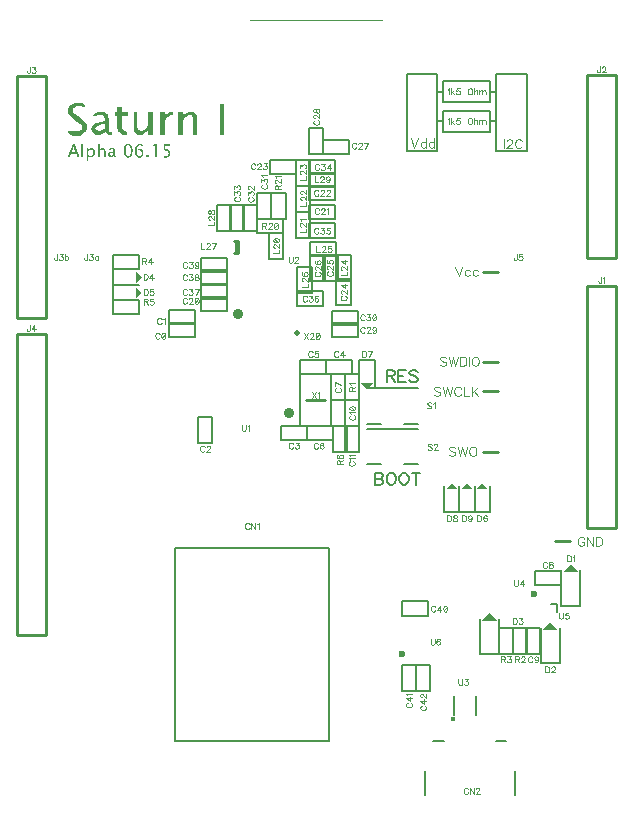
<source format=gto>
G04 DipTrace 2.3.1.0*
%INTopSilk.gbr*%
%MOMM*%
%ADD10C,0.25*%
%ADD12C,0.076*%
%ADD15C,0.5*%
%ADD16C,0.4*%
%ADD17C,0.6*%
%ADD19C,0.2*%
%ADD20C,0.16*%
%ADD22C,0.0*%
%ADD42C,0.875*%
%ADD117C,0.118*%
%FSLAX53Y53*%
G04*
G71*
G90*
G75*
G01*
%LNTopSilk*%
%LPD*%
X26700Y52750D2*
D19*
X24500D1*
Y53950D1*
X26700D1*
Y52750D1*
Y53850D2*
X24500D1*
Y55050D1*
X26700D1*
Y53850D1*
X28200Y46000D2*
X27000D1*
Y43800D1*
X28200D1*
Y46000D1*
X34000Y45200D2*
X36200D1*
Y44000D1*
X34000D1*
Y45200D1*
X40050Y49600D2*
X37850D1*
Y50800D1*
X40050D1*
Y49600D1*
X35650Y50800D2*
X37850D1*
Y49600D1*
X35650D1*
Y50800D1*
X38400Y44000D2*
X36200D1*
Y45200D1*
X38400D1*
Y44000D1*
X39450Y49600D2*
X38250D1*
Y47400D1*
X39450D1*
Y49600D1*
X55500Y32950D2*
X57700D1*
Y31750D1*
X55500D1*
Y32950D1*
X55950Y28100D2*
X54750D1*
Y25900D1*
X55950D1*
Y28100D1*
X40650Y47400D2*
X39450D1*
Y45200D1*
X40650D1*
Y47400D1*
X39450Y43000D2*
X40650D1*
Y45200D1*
X39450D1*
Y43000D1*
X29450Y54900D2*
X27250D1*
Y56100D1*
X29450D1*
Y54900D1*
X36400Y63950D2*
X38600D1*
Y62750D1*
X36400D1*
Y63950D1*
Y65550D2*
X38600D1*
Y64350D1*
X36400D1*
Y65550D1*
X35300Y66550D2*
X33100D1*
Y67750D1*
X35300D1*
Y66550D1*
X39900Y57650D2*
X38700D1*
Y55450D1*
X39900D1*
Y57650D1*
X37600Y57500D2*
X38800D1*
Y59700D1*
X37600D1*
Y57500D1*
X36500D2*
X37700D1*
Y59700D1*
X36500D1*
Y57500D1*
X39800Y68250D2*
X37600D1*
Y69450D1*
X39800D1*
Y68250D1*
X36400D2*
X37600D1*
Y70450D1*
X36400D1*
Y68250D1*
X38300Y53900D2*
X40500D1*
Y52700D1*
X38300D1*
Y53900D1*
Y54950D2*
X40500D1*
Y53750D1*
X38300D1*
Y54950D1*
X32000Y62750D2*
X33200D1*
Y64950D1*
X32000D1*
Y62750D1*
Y63950D2*
X30800D1*
Y61750D1*
X32000D1*
Y63950D1*
X30900D2*
X29700D1*
Y61750D1*
X30900D1*
Y63950D1*
X38600Y66550D2*
X36400D1*
Y67750D1*
X38600D1*
Y66550D1*
Y61150D2*
X36400D1*
Y62350D1*
X38600D1*
Y61150D1*
X35400Y56600D2*
X37600D1*
Y55400D1*
X35400D1*
Y56600D1*
X29450Y55950D2*
X27250D1*
Y57150D1*
X29450D1*
Y55950D1*
Y57200D2*
X27250D1*
Y58400D1*
X29450D1*
Y57200D1*
Y58250D2*
X27250D1*
Y59450D1*
X29450D1*
Y58250D1*
X44250Y30350D2*
X46450D1*
Y29150D1*
X44250D1*
Y30350D1*
X45450Y25000D2*
X44250D1*
Y22800D1*
X45450D1*
Y25000D1*
X46650D2*
X45450D1*
Y22800D1*
X46650D1*
Y25000D1*
X38099Y18550D2*
X25001D1*
Y34850D1*
X38099D1*
Y18550D1*
X46201Y13925D2*
Y16025D1*
X46900Y18524D2*
X47800D1*
X52200D2*
X53100D1*
X53799Y16025D2*
Y13925D1*
X59350Y33000D2*
Y30000D1*
X57750Y33000D2*
Y30000D1*
G36*
X59250Y32800D2*
X57850D1*
X58550Y33500D1*
X59250Y32800D1*
G37*
X59350Y30000D2*
D19*
X57750D1*
X57600Y28100D2*
Y25100D1*
X56000Y28100D2*
Y25100D1*
G36*
X57500Y27900D2*
X56100D1*
X56800Y28600D1*
X57500Y27900D1*
G37*
X57600Y25100D2*
D19*
X56000D1*
X52450Y28900D2*
Y25900D1*
X50850Y28900D2*
Y25900D1*
G36*
X52350Y28700D2*
X50950D1*
X51650Y29400D1*
X52350Y28700D1*
G37*
X52450Y25900D2*
D19*
X50850D1*
X21950Y57150D2*
X19750D1*
Y58450D1*
X21950D1*
G36*
X21750Y58300D2*
Y57300D1*
X22250Y57800D1*
X21750Y58300D1*
G37*
X21950Y55850D2*
D19*
X19750D1*
Y57150D1*
X21950D1*
G36*
X21750Y57000D2*
Y56000D1*
X22250Y56500D1*
X21750Y57000D1*
G37*
X51700Y40100D2*
D19*
Y37900D1*
X50400D1*
Y40100D1*
G36*
X50550Y39900D2*
X51550D1*
X51050Y40400D1*
X50550Y39900D1*
G37*
X40650Y48600D2*
D19*
Y50800D1*
X41950D1*
Y48600D1*
G36*
X41800Y48800D2*
X40800D1*
X41300Y48300D1*
X41800Y48800D1*
G37*
X49100Y40100D2*
D19*
Y37900D1*
X47800D1*
Y40100D1*
G36*
X47950Y39900D2*
X48950D1*
X48450Y40400D1*
X47950Y39900D1*
G37*
X50400Y40100D2*
D19*
Y37900D1*
X49100D1*
Y40100D1*
G36*
X49250Y39900D2*
X50250D1*
X49750Y40400D1*
X49250Y39900D1*
G37*
X59880Y57080D2*
D10*
X62380D1*
Y36580D1*
X59880D1*
Y57080D1*
Y74900D2*
X62380D1*
Y59400D1*
X59880D1*
Y74900D1*
X14120Y54360D2*
X11620D1*
Y74860D1*
X14120D1*
Y54360D1*
Y27476D2*
X11620D1*
Y52976D1*
X14120D1*
Y27476D1*
X51080Y58230D2*
X52380D1*
X51080Y50630D2*
X52380D1*
X51080Y48131D2*
X52380D1*
X51080Y43030D2*
X52380D1*
X57180Y35430D2*
X58480D1*
X34200Y61550D2*
D19*
X33000D1*
Y59350D1*
X34200D1*
Y61550D1*
X35300Y61150D2*
X36500D1*
Y63350D1*
X35300D1*
Y61150D1*
Y63350D2*
X36500D1*
Y65550D1*
X35300D1*
Y63350D1*
Y65550D2*
X36500D1*
Y67750D1*
X35300D1*
Y65550D1*
X38700Y57500D2*
X39900D1*
Y59700D1*
X38700D1*
Y57500D1*
X36500Y60800D2*
X38700D1*
Y59600D1*
X36500D1*
Y60800D1*
X35400Y56500D2*
X36600D1*
Y58700D1*
X35400D1*
Y56500D1*
X30401Y59850D2*
D10*
X29999D1*
X30401Y60850D2*
X29999D1*
X30401D2*
Y59850D1*
X30209Y60850D2*
Y59850D1*
X28600Y61750D2*
D19*
X29800D1*
Y63950D1*
X28600D1*
Y61750D1*
X38600Y65450D2*
X36400D1*
Y66650D1*
X38600D1*
Y65450D1*
X40650Y49600D2*
X39450D1*
Y47400D1*
X40650D1*
Y49600D1*
X53650Y25900D2*
X54850D1*
Y28100D1*
X53650D1*
Y25900D1*
X52450D2*
X53650D1*
Y28100D1*
X52450D1*
Y25900D1*
X21950Y58450D2*
X19750D1*
Y59650D1*
X21950D1*
Y58450D1*
Y54650D2*
X19750D1*
Y55850D1*
X21950D1*
Y54650D1*
X39600Y45200D2*
X38400D1*
Y43000D1*
X39600D1*
Y45200D1*
X34200Y61550D2*
X32000D1*
Y62750D1*
X34200D1*
Y61550D1*
X34400Y64950D2*
X33200D1*
Y62750D1*
X34400D1*
Y64950D1*
X44450Y45400D2*
X45650D1*
X42450D2*
X41250D1*
X45650Y48400D2*
X41250D1*
X44450Y41950D2*
X45650D1*
X42450D2*
X41250D1*
X45650Y44950D2*
X41250D1*
D42*
X34688Y46312D3*
X30362Y54662D3*
D16*
X48600Y20410D3*
X48700Y20710D2*
D19*
Y22310D1*
X50500Y20710D2*
Y22310D1*
D17*
X55400Y31000D3*
X57350Y29450D2*
D19*
Y30150D1*
X56900D1*
D17*
X44250Y25900D3*
X36150Y47400D2*
D10*
X37750D1*
X35650Y45200D2*
D19*
X38250D1*
Y49600D1*
X35650D1*
Y45200D1*
D15*
X35350Y53050D3*
X47750Y74400D2*
D19*
X51700D1*
Y72600D1*
X47750D1*
Y74400D1*
X44650Y75000D2*
X47200D1*
Y68450D1*
X44650D1*
Y75000D1*
X52250D2*
X54800D1*
Y68450D1*
X52250D1*
Y75000D1*
X47750Y73500D2*
X47200D1*
X51700D2*
X52250D1*
X47750Y71900D2*
X51700D1*
Y70100D1*
X47750D1*
Y71900D1*
Y71000D2*
X47200D1*
X51700D2*
X52250D1*
X42588Y79616D2*
D22*
X31412D1*
X16511Y72566D2*
D12*
X17119D1*
X16365Y72490D2*
X17224D1*
X28823D2*
X29127D1*
X16248Y72414D2*
X17302D1*
X28823D2*
X29127D1*
X16160Y72338D2*
X17328D1*
X28823D2*
X29127D1*
X16095Y72262D2*
X16529D1*
X17195D2*
X17347D1*
X28823D2*
X29127D1*
X16047Y72186D2*
X16421D1*
X20159D2*
X20463D1*
X28823D2*
X29127D1*
X16014Y72110D2*
X16338D1*
X20159D2*
X20463D1*
X28823D2*
X29127D1*
X15995Y72034D2*
X16310D1*
X20159D2*
X20463D1*
X28823D2*
X29127D1*
X15986Y71958D2*
X16297D1*
X20159D2*
X20463D1*
X28823D2*
X29127D1*
X15984Y71882D2*
X16296D1*
X20159D2*
X20463D1*
X28823D2*
X29127D1*
X15993Y71806D2*
X16330D1*
X18487D2*
X19019D1*
X19931D2*
X20995D1*
X21527D2*
X21755D1*
X22743D2*
X23047D1*
X23807D2*
X24111D1*
X24567D2*
X24795D1*
X25327D2*
X25631D1*
X26163D2*
X26543D1*
X28823D2*
X29127D1*
X16013Y71730D2*
X16383D1*
X18320D2*
X19127D1*
X19931D2*
X20995D1*
X21527D2*
X21755D1*
X22743D2*
X23047D1*
X23807D2*
X24114D1*
X24453D2*
X24790D1*
X25327D2*
X25634D1*
X26023D2*
X26616D1*
X28823D2*
X29127D1*
X16045Y71654D2*
X16457D1*
X18191D2*
X19212D1*
X19931D2*
X20995D1*
X21527D2*
X21755D1*
X22743D2*
X23047D1*
X23807D2*
X24126D1*
X24343D2*
X24756D1*
X25327D2*
X25646D1*
X25890D2*
X26682D1*
X28823D2*
X29127D1*
X16089Y71578D2*
X16548D1*
X18143D2*
X19278D1*
X19931D2*
X20995D1*
X21527D2*
X21755D1*
X22743D2*
X23047D1*
X23807D2*
X24152D1*
X24229D2*
X24647D1*
X25327D2*
X25672D1*
X25761D2*
X26737D1*
X28823D2*
X29127D1*
X16147Y71502D2*
X16654D1*
X18107D2*
X18335D1*
X18940D2*
X19301D1*
X20159D2*
X20463D1*
X21527D2*
X21755D1*
X22743D2*
X23047D1*
X23807D2*
X24517D1*
X25327D2*
X26026D1*
X26452D2*
X26781D1*
X28823D2*
X29127D1*
X16214Y71426D2*
X16770D1*
X19003D2*
X19314D1*
X20159D2*
X20463D1*
X21527D2*
X21755D1*
X22743D2*
X23047D1*
X23807D2*
X24394D1*
X25327D2*
X25906D1*
X26496D2*
X26812D1*
X28823D2*
X29127D1*
X16289Y71350D2*
X16891D1*
X19048D2*
X19319D1*
X20159D2*
X20463D1*
X21527D2*
X21755D1*
X22743D2*
X23047D1*
X23807D2*
X24291D1*
X25327D2*
X25807D1*
X26522D2*
X26831D1*
X28823D2*
X29127D1*
X16375Y71274D2*
X17003D1*
X19074D2*
X19321D1*
X20159D2*
X20463D1*
X21527D2*
X21755D1*
X22743D2*
X23047D1*
X23807D2*
X24213D1*
X25327D2*
X25731D1*
X26534D2*
X26840D1*
X28823D2*
X29127D1*
X16479Y71198D2*
X17100D1*
X19086D2*
X19322D1*
X20159D2*
X20463D1*
X21527D2*
X21755D1*
X22743D2*
X23047D1*
X23807D2*
X24153D1*
X25327D2*
X25672D1*
X26539D2*
X26844D1*
X28823D2*
X29127D1*
X16595Y71122D2*
X17187D1*
X19092D2*
X19323D1*
X20159D2*
X20463D1*
X21527D2*
X21755D1*
X22743D2*
X23047D1*
X23807D2*
X24131D1*
X25327D2*
X25651D1*
X26542D2*
X26846D1*
X28823D2*
X29127D1*
X16713Y71046D2*
X17265D1*
X19095D2*
X19323D1*
X20159D2*
X20463D1*
X21527D2*
X21755D1*
X22743D2*
X23047D1*
X23807D2*
X24120D1*
X25327D2*
X25639D1*
X26542D2*
X26846D1*
X28823D2*
X29127D1*
X16828Y70970D2*
X17333D1*
X18745D2*
X19323D1*
X20159D2*
X20463D1*
X21527D2*
X21755D1*
X22743D2*
X23047D1*
X23807D2*
X24114D1*
X25327D2*
X25634D1*
X26543D2*
X26847D1*
X28823D2*
X29127D1*
X16933Y70894D2*
X17388D1*
X18474D2*
X19323D1*
X20159D2*
X20463D1*
X21527D2*
X21755D1*
X22743D2*
X23047D1*
X23807D2*
X24112D1*
X25327D2*
X25632D1*
X26543D2*
X26847D1*
X28823D2*
X29127D1*
X17024Y70818D2*
X17432D1*
X18283D2*
X19323D1*
X20159D2*
X20463D1*
X21527D2*
X21755D1*
X22743D2*
X23047D1*
X23807D2*
X24111D1*
X25327D2*
X25631D1*
X26543D2*
X26847D1*
X28823D2*
X29127D1*
X17096Y70742D2*
X17464D1*
X18152D2*
X18596D1*
X19095D2*
X19323D1*
X20159D2*
X20463D1*
X21527D2*
X21755D1*
X22740D2*
X23047D1*
X23807D2*
X24111D1*
X25327D2*
X25631D1*
X26543D2*
X26847D1*
X28823D2*
X29127D1*
X17154Y70666D2*
X17483D1*
X18063D2*
X18440D1*
X19095D2*
X19323D1*
X20159D2*
X20463D1*
X21527D2*
X21755D1*
X22727D2*
X23047D1*
X23807D2*
X24111D1*
X25327D2*
X25631D1*
X26543D2*
X26847D1*
X28823D2*
X29127D1*
X17174Y70590D2*
X17492D1*
X17998D2*
X18332D1*
X19095D2*
X19323D1*
X20159D2*
X20463D1*
X21527D2*
X21758D1*
X22699D2*
X23047D1*
X23807D2*
X24111D1*
X25327D2*
X25631D1*
X26543D2*
X26847D1*
X28823D2*
X29127D1*
X17183Y70514D2*
X17493D1*
X17976D2*
X18253D1*
X19091D2*
X19323D1*
X20159D2*
X20466D1*
X21527D2*
X21768D1*
X22655D2*
X23047D1*
X23807D2*
X24111D1*
X25327D2*
X25631D1*
X26543D2*
X26847D1*
X28823D2*
X29127D1*
X17182Y70438D2*
X17485D1*
X17964D2*
X18183D1*
X19083D2*
X19326D1*
X20162D2*
X20480D1*
X21527D2*
X21790D1*
X22599D2*
X23047D1*
X23807D2*
X24111D1*
X25327D2*
X25631D1*
X26543D2*
X26847D1*
X28823D2*
X29127D1*
X17153Y70362D2*
X17464D1*
X17961D2*
X18252D1*
X19038D2*
X19335D1*
X20172D2*
X20506D1*
X21530D2*
X21823D1*
X22515D2*
X23047D1*
X23807D2*
X24111D1*
X25327D2*
X25631D1*
X26543D2*
X26847D1*
X28823D2*
X29127D1*
X17085Y70286D2*
X17432D1*
X17969D2*
X18344D1*
X18868D2*
X19354D1*
X20193D2*
X20592D1*
X21540D2*
X21911D1*
X22376D2*
X23047D1*
X23807D2*
X24111D1*
X25327D2*
X25631D1*
X26543D2*
X26847D1*
X28823D2*
X29127D1*
X15979Y70210D2*
X16131D1*
X16904D2*
X17388D1*
X17992D2*
X18584D1*
X18596D2*
X19373D1*
X20225D2*
X20699D1*
X21561D2*
X22118D1*
X22164D2*
X22591D1*
X22743D2*
X23047D1*
X23807D2*
X24111D1*
X25327D2*
X25631D1*
X26543D2*
X26847D1*
X28823D2*
X29127D1*
X15983Y70134D2*
X16573D1*
X16624D2*
X17330D1*
X18034D2*
X19388D1*
X20272D2*
X20798D1*
X21596D2*
X22512D1*
X22743D2*
X23047D1*
X23807D2*
X24111D1*
X25327D2*
X25631D1*
X26543D2*
X26847D1*
X28823D2*
X29127D1*
X15993Y70058D2*
X17258D1*
X18097D2*
X18943D1*
X19190D2*
X19627D1*
X20341D2*
X20873D1*
X21652D2*
X22424D1*
X22743D2*
X23047D1*
X23807D2*
X24111D1*
X25327D2*
X25631D1*
X26543D2*
X26847D1*
X28823D2*
X29127D1*
X16049Y69982D2*
X17162D1*
X18175D2*
X18791D1*
X19250D2*
X19627D1*
X20434D2*
X20899D1*
X21734D2*
X22322D1*
X22743D2*
X23047D1*
X23807D2*
X24111D1*
X25327D2*
X25631D1*
X26543D2*
X26847D1*
X28823D2*
X29127D1*
X16191Y69906D2*
X17036D1*
X18259D2*
X18639D1*
X19323D2*
X19627D1*
X20539D2*
X20919D1*
X21831D2*
X22211D1*
X22743D2*
X23047D1*
X23807D2*
X24111D1*
X25327D2*
X25631D1*
X26543D2*
X26847D1*
X28823D2*
X29127D1*
X16359Y69830D2*
X16891D1*
X17116Y69095D2*
X17192D1*
X18484D2*
X18560D1*
X17116Y69069D2*
X17192D1*
X18484D2*
X18560D1*
X20967D2*
X21068D1*
X21955D2*
X22107D1*
X16381Y69044D2*
X16457D1*
X17116D2*
X17192D1*
X18484D2*
X18560D1*
X20928D2*
X21117D1*
X21897D2*
X22171D1*
X23323D2*
X23399D1*
X24083D2*
X24564D1*
X16369Y69019D2*
X16467D1*
X17116D2*
X17192D1*
X18484D2*
X18560D1*
X20891D2*
X20916D1*
X21144D2*
X21157D1*
X21850D2*
X21906D1*
X22157D2*
X22233D1*
X23171D2*
X23399D1*
X24083D2*
X24564D1*
X16358Y68993D2*
X16478D1*
X17116D2*
X17192D1*
X18484D2*
X18560D1*
X20840D2*
X20888D1*
X21168D2*
X21189D1*
X21813D2*
X21863D1*
X23171D2*
X23399D1*
X24083D2*
X24564D1*
X16347Y68968D2*
X16489D1*
X17116D2*
X17192D1*
X18484D2*
X18560D1*
X20823D2*
X20864D1*
X21190D2*
X21217D1*
X21785D2*
X21829D1*
X23348D2*
X23399D1*
X24083D2*
X24133D1*
X16336Y68943D2*
X16499D1*
X17116D2*
X17192D1*
X18484D2*
X18560D1*
X20807D2*
X20843D1*
X21209D2*
X21240D1*
X21764D2*
X21802D1*
X23348D2*
X23399D1*
X24083D2*
X24133D1*
X16325Y68917D2*
X16507D1*
X17116D2*
X17192D1*
X18484D2*
X18560D1*
X20789D2*
X20825D1*
X21224D2*
X21259D1*
X21745D2*
X21781D1*
X23348D2*
X23399D1*
X24083D2*
X24133D1*
X16315Y68892D2*
X16517D1*
X17116D2*
X17192D1*
X18484D2*
X18560D1*
X20774D2*
X20811D1*
X21238D2*
X21275D1*
X21727D2*
X21766D1*
X23348D2*
X23399D1*
X24083D2*
X24133D1*
X16306Y68867D2*
X16360D1*
X16461D2*
X16528D1*
X17116D2*
X17192D1*
X18484D2*
X18560D1*
X20760D2*
X20801D1*
X21250D2*
X21289D1*
X21711D2*
X21755D1*
X23348D2*
X23399D1*
X24083D2*
X24133D1*
X16296Y68841D2*
X16342D1*
X16468D2*
X16539D1*
X17116D2*
X17192D1*
X18484D2*
X18560D1*
X20749D2*
X20794D1*
X21260D2*
X21301D1*
X21697D2*
X21744D1*
X23348D2*
X23399D1*
X24083D2*
X24133D1*
X16285Y68816D2*
X16327D1*
X16475D2*
X16549D1*
X17116D2*
X17192D1*
X18484D2*
X18560D1*
X20740D2*
X20791D1*
X21266D2*
X21312D1*
X21686D2*
X21736D1*
X23348D2*
X23399D1*
X24083D2*
X24133D1*
X16274Y68791D2*
X16316D1*
X16483D2*
X16558D1*
X17116D2*
X17192D1*
X18484D2*
X18560D1*
X20731D2*
X20786D1*
X21269D2*
X21321D1*
X21677D2*
X21731D1*
X23348D2*
X23399D1*
X24083D2*
X24133D1*
X16264Y68765D2*
X16306D1*
X16492D2*
X16567D1*
X17116D2*
X17192D1*
X18484D2*
X18560D1*
X20723D2*
X20779D1*
X21271D2*
X21330D1*
X21668D2*
X21728D1*
X23348D2*
X23399D1*
X24083D2*
X24133D1*
X16255Y68740D2*
X16297D1*
X16503D2*
X16576D1*
X17116D2*
X17192D1*
X17547D2*
X17623D1*
X17876D2*
X17977D1*
X18484D2*
X18560D1*
X18813D2*
X18915D1*
X19573D2*
X19725D1*
X20718D2*
X20773D1*
X21275D2*
X21337D1*
X21660D2*
X21723D1*
X23348D2*
X23399D1*
X24083D2*
X24133D1*
X16245Y68715D2*
X16288D1*
X16514D2*
X16584D1*
X17116D2*
X17192D1*
X17547D2*
X17623D1*
X17827D2*
X18014D1*
X18484D2*
X18560D1*
X18772D2*
X18952D1*
X19496D2*
X19773D1*
X20714D2*
X20768D1*
X21281D2*
X21342D1*
X21655D2*
X21717D1*
X23348D2*
X23399D1*
X24083D2*
X24133D1*
X16234Y68689D2*
X16280D1*
X16524D2*
X16593D1*
X17116D2*
X17192D1*
X17547D2*
X17625D1*
X17786D2*
X18047D1*
X18484D2*
X18560D1*
X18733D2*
X18983D1*
X19421D2*
X19497D1*
X19751D2*
X19810D1*
X20710D2*
X20766D1*
X21287D2*
X21345D1*
X21652D2*
X21710D1*
X23348D2*
X23399D1*
X24083D2*
X24133D1*
X16223Y68664D2*
X16271D1*
X16533D2*
X16604D1*
X17116D2*
X17192D1*
X17547D2*
X17629D1*
X17749D2*
X17775D1*
X18003D2*
X18075D1*
X18484D2*
X18562D1*
X18696D2*
X18737D1*
X18939D2*
X19009D1*
X19775D2*
X19835D1*
X20703D2*
X20765D1*
X21292D2*
X21347D1*
X21650D2*
X21706D1*
X21955D2*
X22056D1*
X23348D2*
X23399D1*
X24083D2*
X24133D1*
X16213Y68639D2*
X16260D1*
X16543D2*
X16615D1*
X17116D2*
X17192D1*
X17547D2*
X17649D1*
X17724D2*
D3*
X18027D2*
X18099D1*
X18484D2*
X18567D1*
X18661D2*
X18687D1*
X18960D2*
X19029D1*
X19796D2*
X19853D1*
X20697D2*
X20764D1*
X21294D2*
X21351D1*
X21647D2*
X21703D1*
X21904D2*
X22105D1*
X23348D2*
X23399D1*
X24083D2*
X24238D1*
X16205Y68613D2*
X16249D1*
X16554D2*
X16625D1*
X17116D2*
X17192D1*
X17547D2*
X17673D1*
X18049D2*
X18118D1*
X18484D2*
X18586D1*
X18975D2*
X19044D1*
X19811D2*
X19865D1*
X20692D2*
X20764D1*
X21295D2*
X21357D1*
X21640D2*
X21704D1*
X21853D2*
D3*
X22008D2*
X22145D1*
X23348D2*
X23399D1*
X24083D2*
X24322D1*
X16195Y68588D2*
X16239D1*
X16565D2*
X16634D1*
X17116D2*
X17192D1*
X17547D2*
X17653D1*
X18067D2*
X18133D1*
X18484D2*
X18611D1*
X18984D2*
X19055D1*
X19820D2*
X19872D1*
X20690D2*
X20764D1*
X21296D2*
X21363D1*
X21634D2*
X21708D1*
X22084D2*
X22176D1*
X23348D2*
X23399D1*
X24211D2*
X24385D1*
X16184Y68563D2*
X16230D1*
X16575D2*
X16644D1*
X17116D2*
X17192D1*
X17547D2*
X17638D1*
X18082D2*
X18147D1*
X18484D2*
X18595D1*
X18988D2*
X19061D1*
X19824D2*
X19875D1*
X20689D2*
X20764D1*
X21296D2*
X21368D1*
X21629D2*
X21720D1*
X22133D2*
X22202D1*
X23348D2*
X23399D1*
X24309D2*
X24430D1*
X16173Y68537D2*
X16220D1*
X16583D2*
X16655D1*
X17116D2*
X17192D1*
X17547D2*
X17630D1*
X18093D2*
X18160D1*
X18484D2*
X18582D1*
X18990D2*
X19064D1*
X19826D2*
X19876D1*
X20688D2*
X20764D1*
X21296D2*
X21369D1*
X21627D2*
X21733D1*
X22167D2*
X22221D1*
X23348D2*
X23399D1*
X24375D2*
X24464D1*
X16163Y68512D2*
X16209D1*
X16593D2*
X16666D1*
X17116D2*
X17192D1*
X17547D2*
X17626D1*
X18099D2*
X18169D1*
X18484D2*
X18571D1*
X18990D2*
X19066D1*
X19826D2*
X19877D1*
X20688D2*
X20764D1*
X21296D2*
X21367D1*
X21626D2*
X21734D1*
X22184D2*
X22237D1*
X23348D2*
X23399D1*
X24418D2*
X24489D1*
X16154Y68487D2*
X16198D1*
X16604D2*
X16676D1*
X17116D2*
X17192D1*
X17547D2*
X17624D1*
X18102D2*
X18175D1*
X18484D2*
X18565D1*
X18991D2*
X19066D1*
X19827D2*
X19877D1*
X20689D2*
X20764D1*
X21296D2*
X21361D1*
X21627D2*
X21732D1*
X22196D2*
X22251D1*
X23348D2*
X23399D1*
X24445D2*
X24511D1*
X16144Y68461D2*
X16189D1*
X16615D2*
X16685D1*
X17116D2*
X17192D1*
X17547D2*
X17623D1*
X18103D2*
X18178D1*
X18484D2*
X18562D1*
X18991D2*
X19067D1*
X19827D2*
X19877D1*
X20692D2*
X20764D1*
X21296D2*
X21355D1*
X21630D2*
X21729D1*
X22203D2*
X22264D1*
X23348D2*
X23399D1*
X24464D2*
X24528D1*
X16133Y68436D2*
X16184D1*
X16624D2*
X16695D1*
X17116D2*
X17192D1*
X17547D2*
X17623D1*
X18104D2*
X18179D1*
X18484D2*
X18561D1*
X18991D2*
X19067D1*
X19827D2*
X19877D1*
X20698D2*
X20764D1*
X21295D2*
X21351D1*
X21636D2*
X21728D1*
X22210D2*
X22273D1*
X23348D2*
X23399D1*
X24476D2*
X24542D1*
X16122Y68411D2*
X16181D1*
X16630D2*
X16706D1*
X17116D2*
X17192D1*
X17547D2*
X17623D1*
X18104D2*
X18180D1*
X18484D2*
X18560D1*
X18991D2*
X19067D1*
X19624D2*
X19877D1*
X20705D2*
X20764D1*
X21292D2*
X21348D1*
X21642D2*
X21727D1*
X22217D2*
X22279D1*
X23348D2*
X23399D1*
X24482D2*
X24553D1*
X16112Y68385D2*
X16179D1*
X16633D2*
X16717D1*
X17116D2*
X17192D1*
X17547D2*
X17623D1*
X18104D2*
X18180D1*
X18484D2*
X18560D1*
X18991D2*
X19067D1*
X19523D2*
X19573D1*
X19827D2*
X19877D1*
X20709D2*
X20765D1*
X21286D2*
X21346D1*
X21647D2*
X21727D1*
X22224D2*
X22282D1*
X23348D2*
X23399D1*
X24486D2*
X24559D1*
X16103Y68360D2*
X16727D1*
X17116D2*
X17192D1*
X17547D2*
X17623D1*
X18104D2*
X18179D1*
X18484D2*
X18560D1*
X18991D2*
X19067D1*
X19472D2*
X19525D1*
X19827D2*
X19877D1*
X20713D2*
X20768D1*
X21279D2*
X21343D1*
X21650D2*
X21727D1*
X22229D2*
X22283D1*
X23348D2*
X23399D1*
X24487D2*
X24562D1*
X16093Y68335D2*
X16735D1*
X17116D2*
X17192D1*
X17547D2*
X17623D1*
X18104D2*
X18176D1*
X18484D2*
X18560D1*
X18991D2*
X19067D1*
X19442D2*
X19486D1*
X19827D2*
X19877D1*
X20717D2*
X20774D1*
X21275D2*
X21336D1*
X21654D2*
X21727D1*
X22231D2*
X22283D1*
X23348D2*
X23399D1*
X24488D2*
X24563D1*
X16082Y68309D2*
X16744D1*
X17116D2*
X17192D1*
X17547D2*
X17623D1*
X18104D2*
X18170D1*
X18484D2*
X18560D1*
X18991D2*
X19067D1*
X19416D2*
X19457D1*
X19827D2*
X19877D1*
X20723D2*
X20781D1*
X21272D2*
X21329D1*
X21661D2*
X21727D1*
X22228D2*
X22280D1*
X23348D2*
X23399D1*
X24488D2*
X24564D1*
X16071Y68284D2*
X16132D1*
X16689D2*
X16753D1*
X17116D2*
X17192D1*
X17547D2*
X17623D1*
X18103D2*
X18162D1*
X18484D2*
X18560D1*
X18991D2*
X19067D1*
X19397D2*
X19436D1*
X19827D2*
X19877D1*
X20731D2*
X20785D1*
X21270D2*
X21321D1*
X21668D2*
X21727D1*
X22223D2*
X22274D1*
X23348D2*
X23399D1*
X24488D2*
X24564D1*
X16061Y68259D2*
X16114D1*
X16697D2*
X16761D1*
X17116D2*
X17192D1*
X17547D2*
X17623D1*
X18100D2*
X18154D1*
X18484D2*
X18560D1*
X18991D2*
X19067D1*
X19384D2*
X19428D1*
X19827D2*
X19877D1*
X20739D2*
X20789D1*
X21267D2*
X21312D1*
X21676D2*
X21728D1*
X22216D2*
X22266D1*
X23348D2*
X23399D1*
X24488D2*
X24563D1*
X16053Y68233D2*
X16099D1*
X16706D2*
X16771D1*
X17116D2*
X17192D1*
X17547D2*
X17623D1*
X18093D2*
X18145D1*
X18484D2*
X18560D1*
X18991D2*
X19067D1*
X19377D2*
X19424D1*
X19826D2*
X19877D1*
X20748D2*
X20793D1*
X21259D2*
X21301D1*
X21685D2*
X21731D1*
X22211D2*
X22258D1*
X23348D2*
X23399D1*
X24487D2*
X24560D1*
X16044Y68208D2*
X16088D1*
X16717D2*
X16782D1*
X17116D2*
X17192D1*
X17547D2*
X17624D1*
X18083D2*
X18133D1*
X18484D2*
X18560D1*
X18991D2*
X19067D1*
X19373D2*
X19424D1*
X19821D2*
X19877D1*
X20760D2*
X20800D1*
X21250D2*
X21289D1*
X21696D2*
X21738D1*
X22205D2*
X22249D1*
X23348D2*
X23399D1*
X24484D2*
X24553D1*
X16035Y68183D2*
X16078D1*
X16727D2*
X16793D1*
X17116D2*
X17192D1*
X17547D2*
X17627D1*
X18071D2*
X18119D1*
X18484D2*
X18560D1*
X18991D2*
X19067D1*
X19373D2*
X19425D1*
X19811D2*
X19878D1*
X20774D2*
X20811D1*
X21238D2*
X21276D1*
X21708D2*
X21749D1*
X22197D2*
X22237D1*
X23348D2*
X23399D1*
X24477D2*
X24542D1*
X16027Y68157D2*
X16068D1*
X16735D2*
X16803D1*
X17116D2*
X17192D1*
X17547D2*
X17639D1*
X18057D2*
X18102D1*
X18484D2*
X18560D1*
X18991D2*
X19067D1*
X19376D2*
X19438D1*
X19795D2*
X19883D1*
X20790D2*
X20825D1*
X21225D2*
X21260D1*
X21722D2*
X21764D1*
X22186D2*
X22222D1*
X23348D2*
X23399D1*
X24466D2*
X24527D1*
X16017Y68132D2*
X16057D1*
X16745D2*
X16811D1*
X17116D2*
X17192D1*
X17547D2*
X17667D1*
X18038D2*
X18082D1*
X18484D2*
X18560D1*
X18991D2*
X19067D1*
X19384D2*
X19466D1*
X19776D2*
X19891D1*
X20808D2*
X20840D1*
X21209D2*
X21240D1*
X21737D2*
X21784D1*
X22170D2*
X22203D1*
X22613D2*
X22715D1*
X23348D2*
X23399D1*
X24450D2*
X24508D1*
X16006Y68107D2*
X16046D1*
X16756D2*
X16821D1*
X17116D2*
X17192D1*
X17547D2*
X17699D1*
X17979D2*
X18058D1*
X18484D2*
X18560D1*
X18991D2*
X19067D1*
X19404D2*
X19497D1*
X19700D2*
X19725D1*
X19816D2*
X19912D1*
X20828D2*
X20854D1*
X21190D2*
X21218D1*
X21758D2*
X21810D1*
X22147D2*
X22179D1*
X22613D2*
X22715D1*
X23348D2*
X23399D1*
X24427D2*
X24485D1*
X15995Y68081D2*
X16037D1*
X16767D2*
X16833D1*
X17116D2*
X17192D1*
X17547D2*
X17664D1*
X17724D2*
X17749D1*
X17888D2*
X18027D1*
X18484D2*
X18560D1*
X18991D2*
X19067D1*
X19429D2*
X19686D1*
X19848D2*
X19936D1*
X20856D2*
X20865D1*
X21167D2*
X21192D1*
X21785D2*
X21842D1*
X22116D2*
X22151D1*
X22613D2*
X22715D1*
X23348D2*
X23399D1*
X24396D2*
X24455D1*
X15985Y68056D2*
X16031D1*
X16778D2*
X16847D1*
X17116D2*
X17192D1*
X17547D2*
X17638D1*
X17775D2*
X17991D1*
X18484D2*
X18560D1*
X18991D2*
X19067D1*
X19461D2*
X19644D1*
X19876D2*
X19959D1*
X20889D2*
X20916D1*
X21144D2*
X21159D1*
X21819D2*
X21879D1*
X22081D2*
X22116D1*
X22613D2*
X22715D1*
X23348D2*
X23399D1*
X24083D2*
X24108D1*
X24361D2*
X24417D1*
X15976Y68031D2*
X16027D1*
X16787D2*
X16863D1*
X17116D2*
X17192D1*
X17547D2*
X17630D1*
X17825D2*
X17952D1*
X18484D2*
X18560D1*
X18991D2*
X19067D1*
X19497D2*
X19599D1*
X19903D2*
X19979D1*
X20927D2*
X21117D1*
X21860D2*
X22075D1*
X22613D2*
X22715D1*
X23348D2*
X23399D1*
X24106D2*
X24367D1*
X17547Y68005D2*
X17626D1*
X20967D2*
X21068D1*
X21904D2*
X22031D1*
X24133D2*
X24311D1*
X17547Y67980D2*
X17624D1*
X17547Y67955D2*
X17623D1*
X17547Y67929D2*
X17623D1*
X17547Y67904D2*
X17623D1*
X17547Y67879D2*
X17623D1*
X17547Y67853D2*
X17623D1*
X17547Y67828D2*
X17623D1*
X17547Y67803D2*
X17623D1*
X17547Y67777D2*
X17623D1*
X17547Y67752D2*
X17623D1*
X16511Y72566D2*
X16365Y72490D1*
X16248Y72414D1*
X16160Y72338D1*
X16095Y72262D1*
X16047Y72186D1*
X16014Y72110D1*
X15995Y72034D1*
X15986Y71958D1*
X15984Y71882D1*
X15993Y71806D1*
X16013Y71730D1*
X16045Y71654D1*
X16089Y71578D1*
X16147Y71502D1*
X16214Y71426D1*
X16289Y71350D1*
X16375Y71274D1*
X16479Y71198D1*
X16595Y71122D1*
X16713Y71046D1*
X16828Y70970D1*
X16933Y70894D1*
X17024Y70818D1*
X17096Y70742D1*
X17154Y70666D1*
X17174Y70590D1*
X17183Y70514D1*
X17182Y70438D1*
X17153Y70362D1*
X17085Y70286D1*
X16904Y70210D1*
X16624Y70134D1*
X16283Y70058D1*
X17119Y72566D2*
X17224Y72490D1*
X17302Y72414D1*
X17328Y72338D1*
X17347Y72262D1*
X28823Y72490D2*
Y72414D1*
Y72338D1*
Y72262D1*
Y72186D1*
Y72110D1*
Y72034D1*
Y71958D1*
Y71882D1*
Y71806D1*
Y71730D1*
Y71654D1*
Y71578D1*
Y71502D1*
Y71426D1*
Y71350D1*
Y71274D1*
Y71198D1*
Y71122D1*
Y71046D1*
Y70970D1*
Y70894D1*
Y70818D1*
Y70742D1*
Y70666D1*
Y70590D1*
Y70514D1*
Y70438D1*
Y70362D1*
Y70286D1*
Y70210D1*
Y70134D1*
Y70058D1*
Y69982D1*
Y69906D1*
X29127Y72490D2*
Y72414D1*
Y72338D1*
Y72262D1*
Y72186D1*
Y72110D1*
Y72034D1*
Y71958D1*
Y71882D1*
Y71806D1*
Y71730D1*
Y71654D1*
Y71578D1*
Y71502D1*
Y71426D1*
Y71350D1*
Y71274D1*
Y71198D1*
Y71122D1*
Y71046D1*
Y70970D1*
Y70894D1*
Y70818D1*
Y70742D1*
Y70666D1*
Y70590D1*
Y70514D1*
Y70438D1*
Y70362D1*
Y70286D1*
Y70210D1*
Y70134D1*
Y70058D1*
Y69982D1*
Y69906D1*
X16663Y72338D2*
X16529Y72262D1*
X16421Y72186D1*
X16338Y72110D1*
X16310Y72034D1*
X16297Y71958D1*
X16296Y71882D1*
X16330Y71806D1*
X16383Y71730D1*
X16457Y71654D1*
X16548Y71578D1*
X16654Y71502D1*
X16770Y71426D1*
X16891Y71350D1*
X17003Y71274D1*
X17100Y71198D1*
X17187Y71122D1*
X17265Y71046D1*
X17333Y70970D1*
X17388Y70894D1*
X17432Y70818D1*
X17464Y70742D1*
X17483Y70666D1*
X17492Y70590D1*
X17493Y70514D1*
X17485Y70438D1*
X17464Y70362D1*
X17432Y70286D1*
X17388Y70210D1*
X17330Y70134D1*
X17258Y70058D1*
X17162Y69982D1*
X17036Y69906D1*
X16891Y69830D1*
X17119Y72338D2*
X17195Y72262D1*
X20159Y72186D2*
Y72110D1*
Y72034D1*
Y71958D1*
Y71882D1*
Y71806D1*
X19931D1*
Y71730D1*
Y71654D1*
Y71578D1*
Y71502D1*
X20159D1*
Y71426D1*
Y71350D1*
Y71274D1*
Y71198D1*
Y71122D1*
Y71046D1*
Y70970D1*
Y70894D1*
Y70818D1*
Y70742D1*
Y70666D1*
Y70590D1*
Y70514D1*
X20162Y70438D1*
X20172Y70362D1*
X20193Y70286D1*
X20225Y70210D1*
X20272Y70134D1*
X20341Y70058D1*
X20434Y69982D1*
X20539Y69906D1*
X20463Y72186D2*
Y72110D1*
Y72034D1*
Y71958D1*
Y71882D1*
Y71806D1*
X20995D1*
Y71730D1*
Y71654D1*
Y71578D1*
Y71502D1*
X20463D1*
Y71426D1*
Y71350D1*
Y71274D1*
Y71198D1*
Y71122D1*
Y71046D1*
Y70970D1*
Y70894D1*
Y70818D1*
Y70742D1*
Y70666D1*
Y70590D1*
X20466Y70514D1*
X20480Y70438D1*
X20506Y70362D1*
X20592Y70286D1*
X20699Y70210D1*
X20798Y70134D1*
X20873Y70058D1*
X20899Y69982D1*
X20919Y69906D1*
X18487Y71806D2*
X18320Y71730D1*
X18191Y71654D1*
X18143Y71578D1*
X18107Y71502D1*
X19019Y71806D2*
X19127Y71730D1*
X19212Y71654D1*
X19278Y71578D1*
X19301Y71502D1*
X19314Y71426D1*
X19319Y71350D1*
X19321Y71274D1*
X19322Y71198D1*
X19323Y71122D1*
Y71046D1*
Y70970D1*
Y70894D1*
Y70818D1*
Y70742D1*
Y70666D1*
Y70590D1*
Y70514D1*
X19326Y70438D1*
X19335Y70362D1*
X19354Y70286D1*
X19373Y70210D1*
X19388Y70134D1*
X19399Y70058D1*
X19627D1*
Y69982D1*
Y69906D1*
X21527Y71806D2*
Y71730D1*
Y71654D1*
Y71578D1*
Y71502D1*
Y71426D1*
Y71350D1*
Y71274D1*
Y71198D1*
Y71122D1*
Y71046D1*
Y70970D1*
Y70894D1*
Y70818D1*
Y70742D1*
Y70666D1*
Y70590D1*
Y70514D1*
Y70438D1*
X21530Y70362D1*
X21540Y70286D1*
X21561Y70210D1*
X21596Y70134D1*
X21652Y70058D1*
X21734Y69982D1*
X21831Y69906D1*
X21755Y71806D2*
Y71730D1*
Y71654D1*
Y71578D1*
Y71502D1*
Y71426D1*
Y71350D1*
Y71274D1*
Y71198D1*
Y71122D1*
Y71046D1*
Y70970D1*
Y70894D1*
Y70818D1*
Y70742D1*
Y70666D1*
X21758Y70590D1*
X21768Y70514D1*
X21790Y70438D1*
X21823Y70362D1*
X21911Y70286D1*
X22118Y70210D1*
X22363Y70134D1*
X22743Y71806D2*
Y71730D1*
Y71654D1*
Y71578D1*
Y71502D1*
Y71426D1*
Y71350D1*
Y71274D1*
Y71198D1*
Y71122D1*
Y71046D1*
Y70970D1*
Y70894D1*
Y70818D1*
X22740Y70742D1*
X22727Y70666D1*
X22699Y70590D1*
X22655Y70514D1*
X22599Y70438D1*
X22515Y70362D1*
X22376Y70286D1*
X22164Y70210D1*
X21907Y70134D1*
X23047Y71806D2*
Y71730D1*
Y71654D1*
Y71578D1*
Y71502D1*
Y71426D1*
Y71350D1*
Y71274D1*
Y71198D1*
Y71122D1*
Y71046D1*
Y70970D1*
Y70894D1*
Y70818D1*
Y70742D1*
Y70666D1*
Y70590D1*
Y70514D1*
Y70438D1*
Y70362D1*
Y70286D1*
Y70210D1*
Y70134D1*
Y70058D1*
Y69982D1*
Y69906D1*
X23807Y71806D2*
Y71730D1*
Y71654D1*
Y71578D1*
Y71502D1*
Y71426D1*
Y71350D1*
Y71274D1*
Y71198D1*
Y71122D1*
Y71046D1*
Y70970D1*
Y70894D1*
Y70818D1*
Y70742D1*
Y70666D1*
Y70590D1*
Y70514D1*
Y70438D1*
Y70362D1*
Y70286D1*
Y70210D1*
Y70134D1*
Y70058D1*
Y69982D1*
Y69906D1*
X24111Y71806D2*
X24114Y71730D1*
X24126Y71654D1*
X24152Y71578D1*
X24187Y71502D1*
X24567Y71806D2*
X24453Y71730D1*
X24343Y71654D1*
X24229Y71578D1*
X24111Y71502D1*
X24795Y71806D2*
X24790Y71730D1*
X24756Y71654D1*
X24647Y71578D1*
X24517Y71502D1*
X24394Y71426D1*
X24291Y71350D1*
X24213Y71274D1*
X24153Y71198D1*
X24131Y71122D1*
X24120Y71046D1*
X24114Y70970D1*
X24112Y70894D1*
X24111Y70818D1*
Y70742D1*
Y70666D1*
Y70590D1*
Y70514D1*
Y70438D1*
Y70362D1*
Y70286D1*
Y70210D1*
Y70134D1*
Y70058D1*
Y69982D1*
Y69906D1*
X25327Y71806D2*
Y71730D1*
Y71654D1*
Y71578D1*
Y71502D1*
Y71426D1*
Y71350D1*
Y71274D1*
Y71198D1*
Y71122D1*
Y71046D1*
Y70970D1*
Y70894D1*
Y70818D1*
Y70742D1*
Y70666D1*
Y70590D1*
Y70514D1*
Y70438D1*
Y70362D1*
Y70286D1*
Y70210D1*
Y70134D1*
Y70058D1*
Y69982D1*
Y69906D1*
X25631Y71806D2*
X25634Y71730D1*
X25646Y71654D1*
X25672Y71578D1*
X25707Y71502D1*
X26163Y71806D2*
X26023Y71730D1*
X25890Y71654D1*
X25761Y71578D1*
X25631Y71502D1*
X26543Y71806D2*
X26616Y71730D1*
X26682Y71654D1*
X26737Y71578D1*
X26781Y71502D1*
X26812Y71426D1*
X26831Y71350D1*
X26840Y71274D1*
X26844Y71198D1*
X26846Y71122D1*
Y71046D1*
X26847Y70970D1*
Y70894D1*
Y70818D1*
Y70742D1*
Y70666D1*
Y70590D1*
Y70514D1*
Y70438D1*
Y70362D1*
Y70286D1*
Y70210D1*
Y70134D1*
Y70058D1*
Y69982D1*
Y69906D1*
X18411Y71578D2*
X18335Y71502D1*
X18867Y71578D2*
X18940Y71502D1*
X19003Y71426D1*
X19048Y71350D1*
X19074Y71274D1*
X19086Y71198D1*
X19092Y71122D1*
X19095Y71046D1*
X18745Y70970D1*
X18474Y70894D1*
X18283Y70818D1*
X18152Y70742D1*
X18063Y70666D1*
X17998Y70590D1*
X17976Y70514D1*
X17964Y70438D1*
X17961Y70362D1*
X17969Y70286D1*
X17992Y70210D1*
X18034Y70134D1*
X18097Y70058D1*
X18175Y69982D1*
X18259Y69906D1*
X26163Y71578D2*
X26026Y71502D1*
X25906Y71426D1*
X25807Y71350D1*
X25731Y71274D1*
X25672Y71198D1*
X25651Y71122D1*
X25639Y71046D1*
X25634Y70970D1*
X25632Y70894D1*
X25631Y70818D1*
Y70742D1*
Y70666D1*
Y70590D1*
Y70514D1*
Y70438D1*
Y70362D1*
Y70286D1*
Y70210D1*
Y70134D1*
Y70058D1*
Y69982D1*
Y69906D1*
X26391Y71578D2*
X26452Y71502D1*
X26496Y71426D1*
X26522Y71350D1*
X26534Y71274D1*
X26539Y71198D1*
X26542Y71122D1*
Y71046D1*
X26543Y70970D1*
Y70894D1*
Y70818D1*
Y70742D1*
Y70666D1*
Y70590D1*
Y70514D1*
Y70438D1*
Y70362D1*
Y70286D1*
Y70210D1*
Y70134D1*
Y70058D1*
Y69982D1*
Y69906D1*
X18791Y70818D2*
X18596Y70742D1*
X18440Y70666D1*
X18332Y70590D1*
X18253Y70514D1*
X18183Y70438D1*
X18252Y70362D1*
X18344Y70286D1*
X18584Y70210D1*
X18867Y70134D1*
X19095Y70818D2*
Y70742D1*
Y70666D1*
Y70590D1*
X19091Y70514D1*
X19083Y70438D1*
X19038Y70362D1*
X18868Y70286D1*
X18596Y70210D1*
X18259Y70134D1*
X15979Y70210D2*
X15983Y70134D1*
X15993Y70058D1*
X16049Y69982D1*
X16191Y69906D1*
X16359Y69830D1*
X16131Y70210D2*
X16573Y70134D1*
X17043Y70058D1*
X22667Y70286D2*
X22591Y70210D1*
X22512Y70134D1*
X22424Y70058D1*
X22322Y69982D1*
X22211Y69906D1*
X22743Y70286D2*
Y70210D1*
Y70134D1*
Y70058D1*
Y69982D1*
Y69906D1*
X19095Y70134D2*
X18943Y70058D1*
X18791Y69982D1*
X18639Y69906D1*
X19171Y70134D2*
X19190Y70058D1*
X19250Y69982D1*
X19323Y69906D1*
X17116Y69095D2*
Y69069D1*
Y69044D1*
Y69019D1*
Y68993D1*
Y68968D1*
Y68943D1*
Y68917D1*
Y68892D1*
Y68867D1*
Y68841D1*
Y68816D1*
Y68791D1*
Y68765D1*
Y68740D1*
Y68715D1*
Y68689D1*
Y68664D1*
Y68639D1*
Y68613D1*
Y68588D1*
Y68563D1*
Y68537D1*
Y68512D1*
Y68487D1*
Y68461D1*
Y68436D1*
Y68411D1*
Y68385D1*
Y68360D1*
Y68335D1*
Y68309D1*
Y68284D1*
Y68259D1*
Y68233D1*
Y68208D1*
Y68183D1*
Y68157D1*
Y68132D1*
Y68107D1*
Y68081D1*
Y68056D1*
Y68031D1*
X17192Y69095D2*
Y69069D1*
Y69044D1*
Y69019D1*
Y68993D1*
Y68968D1*
Y68943D1*
Y68917D1*
Y68892D1*
Y68867D1*
Y68841D1*
Y68816D1*
Y68791D1*
Y68765D1*
Y68740D1*
Y68715D1*
Y68689D1*
Y68664D1*
Y68639D1*
Y68613D1*
Y68588D1*
Y68563D1*
Y68537D1*
Y68512D1*
Y68487D1*
Y68461D1*
Y68436D1*
Y68411D1*
Y68385D1*
Y68360D1*
Y68335D1*
Y68309D1*
Y68284D1*
Y68259D1*
Y68233D1*
Y68208D1*
Y68183D1*
Y68157D1*
Y68132D1*
Y68107D1*
Y68081D1*
Y68056D1*
Y68031D1*
X18484Y69095D2*
Y69069D1*
Y69044D1*
Y69019D1*
Y68993D1*
Y68968D1*
Y68943D1*
Y68917D1*
Y68892D1*
Y68867D1*
Y68841D1*
Y68816D1*
Y68791D1*
Y68765D1*
Y68740D1*
Y68715D1*
Y68689D1*
Y68664D1*
Y68639D1*
Y68613D1*
Y68588D1*
Y68563D1*
Y68537D1*
Y68512D1*
Y68487D1*
Y68461D1*
Y68436D1*
Y68411D1*
Y68385D1*
Y68360D1*
Y68335D1*
Y68309D1*
Y68284D1*
Y68259D1*
Y68233D1*
Y68208D1*
Y68183D1*
Y68157D1*
Y68132D1*
Y68107D1*
Y68081D1*
Y68056D1*
Y68031D1*
X18560Y69095D2*
Y69069D1*
Y69044D1*
Y69019D1*
Y68993D1*
Y68968D1*
Y68943D1*
Y68917D1*
Y68892D1*
Y68867D1*
Y68841D1*
Y68816D1*
Y68791D1*
Y68765D1*
Y68740D1*
Y68715D1*
Y68689D1*
X18562Y68664D1*
X18567Y68639D1*
X18586Y68613D1*
X18611Y68588D1*
X18595Y68563D1*
X18582Y68537D1*
X18571Y68512D1*
X18565Y68487D1*
X18562Y68461D1*
X18561Y68436D1*
X18560Y68411D1*
Y68385D1*
Y68360D1*
Y68335D1*
Y68309D1*
Y68284D1*
Y68259D1*
Y68233D1*
Y68208D1*
Y68183D1*
Y68157D1*
Y68132D1*
Y68107D1*
Y68081D1*
Y68056D1*
Y68031D1*
X20967Y69069D2*
X20928Y69044D1*
X20891Y69019D1*
X21068Y69069D2*
X21117Y69044D1*
X21157Y69019D1*
X21189Y68993D1*
X21217Y68968D1*
X21240Y68943D1*
X21259Y68917D1*
X21275Y68892D1*
X21289Y68867D1*
X21301Y68841D1*
X21312Y68816D1*
X21321Y68791D1*
X21330Y68765D1*
X21337Y68740D1*
X21342Y68715D1*
X21345Y68689D1*
X21347Y68664D1*
X21351Y68639D1*
X21357Y68613D1*
X21363Y68588D1*
X21368Y68563D1*
X21369Y68537D1*
X21367Y68512D1*
X21361Y68487D1*
X21355Y68461D1*
X21351Y68436D1*
X21348Y68411D1*
X21346Y68385D1*
X21343Y68360D1*
X21336Y68335D1*
X21329Y68309D1*
X21321Y68284D1*
X21312Y68259D1*
X21301Y68233D1*
X21289Y68208D1*
X21276Y68183D1*
X21260Y68157D1*
X21240Y68132D1*
X21218Y68107D1*
X21192Y68081D1*
X21159Y68056D1*
X21117Y68031D1*
X21068Y68005D1*
X21955Y69069D2*
X21897Y69044D1*
X21850Y69019D1*
X21813Y68993D1*
X21785Y68968D1*
X21764Y68943D1*
X21745Y68917D1*
X21727Y68892D1*
X21711Y68867D1*
X21697Y68841D1*
X21686Y68816D1*
X21677Y68791D1*
X21668Y68765D1*
X21660Y68740D1*
X21655Y68715D1*
X21652Y68689D1*
X21650Y68664D1*
X21647Y68639D1*
X21640Y68613D1*
X21634Y68588D1*
X21629Y68563D1*
X21627Y68537D1*
X21626Y68512D1*
X21627Y68487D1*
X21630Y68461D1*
X21636Y68436D1*
X21642Y68411D1*
X21647Y68385D1*
X21650Y68360D1*
X21654Y68335D1*
X21661Y68309D1*
X21668Y68284D1*
X21676Y68259D1*
X21685Y68233D1*
X21696Y68208D1*
X21708Y68183D1*
X21722Y68157D1*
X21737Y68132D1*
X21758Y68107D1*
X21785Y68081D1*
X21819Y68056D1*
X21860Y68031D1*
X21904Y68005D1*
X22107Y69069D2*
X22171Y69044D1*
X22233Y69019D1*
X16381Y69044D2*
X16369Y69019D1*
X16358Y68993D1*
X16347Y68968D1*
X16336Y68943D1*
X16325Y68917D1*
X16315Y68892D1*
X16306Y68867D1*
X16296Y68841D1*
X16285Y68816D1*
X16274Y68791D1*
X16264Y68765D1*
X16255Y68740D1*
X16245Y68715D1*
X16234Y68689D1*
X16223Y68664D1*
X16213Y68639D1*
X16205Y68613D1*
X16195Y68588D1*
X16184Y68563D1*
X16173Y68537D1*
X16163Y68512D1*
X16154Y68487D1*
X16144Y68461D1*
X16133Y68436D1*
X16122Y68411D1*
X16112Y68385D1*
X16103Y68360D1*
X16093Y68335D1*
X16082Y68309D1*
X16071Y68284D1*
X16061Y68259D1*
X16053Y68233D1*
X16044Y68208D1*
X16035Y68183D1*
X16027Y68157D1*
X16017Y68132D1*
X16006Y68107D1*
X15995Y68081D1*
X15985Y68056D1*
X15976Y68031D1*
X16457Y69044D2*
X16467Y69019D1*
X16478Y68993D1*
X16489Y68968D1*
X16499Y68943D1*
X16507Y68917D1*
X16517Y68892D1*
X16528Y68867D1*
X16539Y68841D1*
X16549Y68816D1*
X16558Y68791D1*
X16567Y68765D1*
X16576Y68740D1*
X16584Y68715D1*
X16593Y68689D1*
X16604Y68664D1*
X16615Y68639D1*
X16625Y68613D1*
X16634Y68588D1*
X16644Y68563D1*
X16655Y68537D1*
X16666Y68512D1*
X16676Y68487D1*
X16685Y68461D1*
X16695Y68436D1*
X16706Y68411D1*
X16717Y68385D1*
X16727Y68360D1*
X16735Y68335D1*
X16744Y68309D1*
X16753Y68284D1*
X16761Y68259D1*
X16771Y68233D1*
X16782Y68208D1*
X16793Y68183D1*
X16803Y68157D1*
X16811Y68132D1*
X16821Y68107D1*
X16833Y68081D1*
X16847Y68056D1*
X16863Y68031D1*
X23323Y69044D2*
X23171Y69019D1*
Y68993D1*
Y68968D1*
X23348D1*
Y68943D1*
Y68917D1*
Y68892D1*
Y68867D1*
Y68841D1*
Y68816D1*
Y68791D1*
Y68765D1*
Y68740D1*
Y68715D1*
Y68689D1*
Y68664D1*
Y68639D1*
Y68613D1*
Y68588D1*
Y68563D1*
Y68537D1*
Y68512D1*
Y68487D1*
Y68461D1*
Y68436D1*
Y68411D1*
Y68385D1*
Y68360D1*
Y68335D1*
Y68309D1*
Y68284D1*
Y68259D1*
Y68233D1*
Y68208D1*
Y68183D1*
Y68157D1*
Y68132D1*
Y68107D1*
Y68081D1*
Y68056D1*
Y68031D1*
X23399Y69044D2*
Y69019D1*
Y68993D1*
Y68968D1*
Y68943D1*
Y68917D1*
Y68892D1*
Y68867D1*
Y68841D1*
Y68816D1*
Y68791D1*
Y68765D1*
Y68740D1*
Y68715D1*
Y68689D1*
Y68664D1*
Y68639D1*
Y68613D1*
Y68588D1*
Y68563D1*
Y68537D1*
Y68512D1*
Y68487D1*
Y68461D1*
Y68436D1*
Y68411D1*
Y68385D1*
Y68360D1*
Y68335D1*
Y68309D1*
Y68284D1*
Y68259D1*
Y68233D1*
Y68208D1*
Y68183D1*
Y68157D1*
Y68132D1*
Y68107D1*
Y68081D1*
Y68056D1*
Y68031D1*
X24083Y69044D2*
Y69019D1*
Y68993D1*
Y68968D1*
Y68943D1*
Y68917D1*
Y68892D1*
Y68867D1*
Y68841D1*
Y68816D1*
Y68791D1*
Y68765D1*
Y68740D1*
Y68715D1*
Y68689D1*
Y68664D1*
Y68639D1*
Y68613D1*
X24211Y68588D1*
X24309Y68563D1*
X24375Y68537D1*
X24418Y68512D1*
X24445Y68487D1*
X24464Y68461D1*
X24476Y68436D1*
X24482Y68411D1*
X24486Y68385D1*
X24487Y68360D1*
X24488Y68335D1*
Y68309D1*
Y68284D1*
Y68259D1*
X24487Y68233D1*
X24484Y68208D1*
X24477Y68183D1*
X24466Y68157D1*
X24450Y68132D1*
X24427Y68107D1*
X24396Y68081D1*
X24361Y68056D1*
X24564Y69044D2*
Y69019D1*
Y68993D1*
X20916Y69019D2*
X20888Y68993D1*
X20864Y68968D1*
X20843Y68943D1*
X20825Y68917D1*
X20811Y68892D1*
X20801Y68867D1*
X20794Y68841D1*
X20791Y68816D1*
X20786Y68791D1*
X20779Y68765D1*
X20773Y68740D1*
X20768Y68715D1*
X20766Y68689D1*
X20765Y68664D1*
X20764Y68639D1*
Y68613D1*
Y68588D1*
Y68563D1*
Y68537D1*
Y68512D1*
Y68487D1*
Y68461D1*
Y68436D1*
Y68411D1*
X20765Y68385D1*
X20768Y68360D1*
X20774Y68335D1*
X20781Y68309D1*
X20785Y68284D1*
X20789Y68259D1*
X20793Y68233D1*
X20800Y68208D1*
X20811Y68183D1*
X20825Y68157D1*
X20840Y68132D1*
X20854Y68107D1*
X20865Y68081D1*
X21144Y69019D2*
X21168Y68993D1*
X21190Y68968D1*
X21209Y68943D1*
X21224Y68917D1*
X21238Y68892D1*
X21250Y68867D1*
X21260Y68841D1*
X21266Y68816D1*
X21269Y68791D1*
X21271Y68765D1*
X21275Y68740D1*
X21281Y68715D1*
X21287Y68689D1*
X21292Y68664D1*
X21294Y68639D1*
X21295Y68613D1*
X21296Y68588D1*
Y68563D1*
Y68537D1*
Y68512D1*
Y68487D1*
Y68461D1*
X21295Y68436D1*
X21292Y68411D1*
X21286Y68385D1*
X21279Y68360D1*
X21275Y68335D1*
X21272Y68309D1*
X21270Y68284D1*
X21267Y68259D1*
X21259Y68233D1*
X21250Y68208D1*
X21238Y68183D1*
X21225Y68157D1*
X21209Y68132D1*
X21190Y68107D1*
X21167Y68081D1*
X21144Y68056D1*
X21955Y69044D2*
X21906Y69019D1*
X21863Y68993D1*
X21829Y68968D1*
X21802Y68943D1*
X21781Y68917D1*
X21766Y68892D1*
X21755Y68867D1*
X21744Y68841D1*
X21736Y68816D1*
X21731Y68791D1*
X21728Y68765D1*
X21723Y68740D1*
X21717Y68715D1*
X21710Y68689D1*
X21706Y68664D1*
X21703Y68639D1*
X21704Y68613D1*
X21708Y68588D1*
X21720Y68563D1*
X21733Y68537D1*
X21734Y68512D1*
X21732Y68487D1*
X21729Y68461D1*
X21728Y68436D1*
X21727Y68411D1*
Y68385D1*
Y68360D1*
Y68335D1*
Y68309D1*
Y68284D1*
X21728Y68259D1*
X21731Y68233D1*
X21738Y68208D1*
X21749Y68183D1*
X21764Y68157D1*
X21784Y68132D1*
X21810Y68107D1*
X21842Y68081D1*
X21879Y68056D1*
X22132Y69044D2*
X22157Y69019D1*
X20840Y68993D2*
X20823Y68968D1*
X20807Y68943D1*
X20789Y68917D1*
X20774Y68892D1*
X20760Y68867D1*
X20749Y68841D1*
X20740Y68816D1*
X20731Y68791D1*
X20723Y68765D1*
X20718Y68740D1*
X20714Y68715D1*
X20710Y68689D1*
X20703Y68664D1*
X20697Y68639D1*
X20692Y68613D1*
X20690Y68588D1*
X20689Y68563D1*
X20688Y68537D1*
Y68512D1*
X20689Y68487D1*
X20692Y68461D1*
X20698Y68436D1*
X20705Y68411D1*
X20709Y68385D1*
X20713Y68360D1*
X20717Y68335D1*
X20723Y68309D1*
X20731Y68284D1*
X20739Y68259D1*
X20748Y68233D1*
X20760Y68208D1*
X20774Y68183D1*
X20790Y68157D1*
X20808Y68132D1*
X20828Y68107D1*
X20856Y68081D1*
X20889Y68056D1*
X20927Y68031D1*
X20967Y68005D1*
X24133Y68993D2*
Y68968D1*
Y68943D1*
Y68917D1*
Y68892D1*
Y68867D1*
Y68841D1*
Y68816D1*
Y68791D1*
Y68765D1*
Y68740D1*
Y68715D1*
Y68689D1*
Y68664D1*
X24238Y68639D1*
X24322Y68613D1*
X24385Y68588D1*
X24430Y68563D1*
X24464Y68537D1*
X24489Y68512D1*
X24511Y68487D1*
X24528Y68461D1*
X24542Y68436D1*
X24553Y68411D1*
X24559Y68385D1*
X24562Y68360D1*
X24563Y68335D1*
X24564Y68309D1*
Y68284D1*
X24563Y68259D1*
X24560Y68233D1*
X24553Y68208D1*
X24542Y68183D1*
X24527Y68157D1*
X24508Y68132D1*
X24485Y68107D1*
X24455Y68081D1*
X24417Y68056D1*
X24367Y68031D1*
X24311Y68005D1*
X16381Y68892D2*
X16360Y68867D1*
X16342Y68841D1*
X16327Y68816D1*
X16316Y68791D1*
X16306Y68765D1*
X16297Y68740D1*
X16288Y68715D1*
X16280Y68689D1*
X16271Y68664D1*
X16260Y68639D1*
X16249Y68613D1*
X16239Y68588D1*
X16230Y68563D1*
X16220Y68537D1*
X16209Y68512D1*
X16198Y68487D1*
X16189Y68461D1*
X16184Y68436D1*
X16181Y68411D1*
X16179Y68385D1*
Y68360D1*
X16457Y68892D2*
X16461Y68867D1*
X16468Y68841D1*
X16475Y68816D1*
X16483Y68791D1*
X16492Y68765D1*
X16503Y68740D1*
X16514Y68715D1*
X16524Y68689D1*
X16533Y68664D1*
X16543Y68639D1*
X16554Y68613D1*
X16565Y68588D1*
X16575Y68563D1*
X16583Y68537D1*
X16593Y68512D1*
X16604Y68487D1*
X16615Y68461D1*
X16624Y68436D1*
X16630Y68411D1*
X16633Y68385D1*
X16635Y68360D1*
X17547Y68740D2*
Y68715D1*
Y68689D1*
Y68664D1*
Y68639D1*
Y68613D1*
Y68588D1*
Y68563D1*
Y68537D1*
Y68512D1*
Y68487D1*
Y68461D1*
Y68436D1*
Y68411D1*
Y68385D1*
Y68360D1*
Y68335D1*
Y68309D1*
Y68284D1*
Y68259D1*
Y68233D1*
Y68208D1*
Y68183D1*
Y68157D1*
Y68132D1*
Y68107D1*
Y68081D1*
Y68056D1*
Y68031D1*
Y68005D1*
Y67980D1*
Y67955D1*
Y67929D1*
Y67904D1*
Y67879D1*
Y67853D1*
Y67828D1*
Y67803D1*
Y67777D1*
Y67752D1*
X17623Y68740D2*
Y68715D1*
X17625Y68689D1*
X17629Y68664D1*
X17649Y68639D1*
X17673Y68613D1*
X17653Y68588D1*
X17638Y68563D1*
X17630Y68537D1*
X17626Y68512D1*
X17624Y68487D1*
X17623Y68461D1*
Y68436D1*
Y68411D1*
Y68385D1*
Y68360D1*
Y68335D1*
Y68309D1*
Y68284D1*
Y68259D1*
Y68233D1*
X17624Y68208D1*
X17627Y68183D1*
X17639Y68157D1*
X17667Y68132D1*
X17699Y68107D1*
X17664Y68081D1*
X17638Y68056D1*
X17630Y68031D1*
X17626Y68005D1*
X17624Y67980D1*
X17623Y67955D1*
Y67929D1*
Y67904D1*
Y67879D1*
Y67853D1*
Y67828D1*
Y67803D1*
Y67777D1*
Y67752D1*
X17876Y68740D2*
X17827Y68715D1*
X17786Y68689D1*
X17749Y68664D1*
X17977Y68740D2*
X18014Y68715D1*
X18047Y68689D1*
X18075Y68664D1*
X18099Y68639D1*
X18118Y68613D1*
X18133Y68588D1*
X18147Y68563D1*
X18160Y68537D1*
X18169Y68512D1*
X18175Y68487D1*
X18178Y68461D1*
X18179Y68436D1*
X18180Y68411D1*
Y68385D1*
X18179Y68360D1*
X18176Y68335D1*
X18170Y68309D1*
X18162Y68284D1*
X18154Y68259D1*
X18145Y68233D1*
X18133Y68208D1*
X18119Y68183D1*
X18102Y68157D1*
X18082Y68132D1*
X18058Y68107D1*
X18027Y68081D1*
X17991Y68056D1*
X17952Y68031D1*
X18813Y68740D2*
X18772Y68715D1*
X18733Y68689D1*
X18696Y68664D1*
X18661Y68639D1*
X18915Y68740D2*
X18952Y68715D1*
X18983Y68689D1*
X19009Y68664D1*
X19029Y68639D1*
X19044Y68613D1*
X19055Y68588D1*
X19061Y68563D1*
X19064Y68537D1*
X19066Y68512D1*
Y68487D1*
X19067Y68461D1*
Y68436D1*
Y68411D1*
Y68385D1*
Y68360D1*
Y68335D1*
Y68309D1*
Y68284D1*
Y68259D1*
Y68233D1*
Y68208D1*
Y68183D1*
Y68157D1*
Y68132D1*
Y68107D1*
Y68081D1*
Y68056D1*
Y68031D1*
X19573Y68740D2*
X19496Y68715D1*
X19421Y68689D1*
X19725Y68740D2*
X19773Y68715D1*
X19810Y68689D1*
X19835Y68664D1*
X19853Y68639D1*
X19865Y68613D1*
X19872Y68588D1*
X19875Y68563D1*
X19876Y68537D1*
X19877Y68512D1*
Y68487D1*
Y68461D1*
Y68436D1*
Y68411D1*
Y68385D1*
Y68360D1*
Y68335D1*
Y68309D1*
Y68284D1*
Y68259D1*
Y68233D1*
Y68208D1*
X19878Y68183D1*
X19883Y68157D1*
X19891Y68132D1*
X19912Y68107D1*
X19936Y68081D1*
X19959Y68056D1*
X19979Y68031D1*
X19523Y68715D2*
X19497Y68689D1*
X19725Y68715D2*
X19751Y68689D1*
X19775Y68664D1*
X19796Y68639D1*
X19811Y68613D1*
X19820Y68588D1*
X19824Y68563D1*
X19826Y68537D1*
Y68512D1*
X19827Y68487D1*
Y68461D1*
Y68436D1*
X19624Y68411D1*
X19827Y68385D1*
Y68360D1*
Y68335D1*
Y68309D1*
Y68284D1*
Y68259D1*
X19826Y68233D1*
X19821Y68208D1*
X19811Y68183D1*
X19795Y68157D1*
X19776Y68132D1*
X19816Y68107D1*
X19848Y68081D1*
X19876Y68056D1*
X19903Y68031D1*
X17775Y68664D2*
X17724Y68639D1*
X17977Y68689D2*
X18003Y68664D1*
X18027Y68639D1*
X18049Y68613D1*
X18067Y68588D1*
X18082Y68563D1*
X18093Y68537D1*
X18099Y68512D1*
X18102Y68487D1*
X18103Y68461D1*
X18104Y68436D1*
Y68411D1*
Y68385D1*
Y68360D1*
Y68335D1*
Y68309D1*
X18103Y68284D1*
X18100Y68259D1*
X18093Y68233D1*
X18083Y68208D1*
X18071Y68183D1*
X18057Y68157D1*
X18038Y68132D1*
X17979Y68107D1*
X17888Y68081D1*
X17775Y68056D1*
X17825Y68031D1*
X18737Y68664D2*
X18687Y68639D1*
X18915Y68689D2*
X18939Y68664D1*
X18960Y68639D1*
X18975Y68613D1*
X18984Y68588D1*
X18988Y68563D1*
X18990Y68537D1*
Y68512D1*
X18991Y68487D1*
Y68461D1*
Y68436D1*
Y68411D1*
Y68385D1*
Y68360D1*
Y68335D1*
Y68309D1*
Y68284D1*
Y68259D1*
Y68233D1*
Y68208D1*
Y68183D1*
Y68157D1*
Y68132D1*
Y68107D1*
Y68081D1*
Y68056D1*
Y68031D1*
X21955Y68664D2*
X21904Y68639D1*
X22008Y68613D1*
X22084Y68588D1*
X22133Y68563D1*
X22167Y68537D1*
X22184Y68512D1*
X22196Y68487D1*
X22203Y68461D1*
X22210Y68436D1*
X22217Y68411D1*
X22224Y68385D1*
X22229Y68360D1*
X22231Y68335D1*
X22228Y68309D1*
X22223Y68284D1*
X22216Y68259D1*
X22211Y68233D1*
X22205Y68208D1*
X22197Y68183D1*
X22186Y68157D1*
X22170Y68132D1*
X22147Y68107D1*
X22116Y68081D1*
X22081Y68056D1*
X22056Y68664D2*
X22105Y68639D1*
X22145Y68613D1*
X22176Y68588D1*
X22202Y68563D1*
X22221Y68537D1*
X22237Y68512D1*
X22251Y68487D1*
X22264Y68461D1*
X22273Y68436D1*
X22279Y68411D1*
X22282Y68385D1*
X22283Y68360D1*
Y68335D1*
X22280Y68309D1*
X22274Y68284D1*
X22266Y68259D1*
X22258Y68233D1*
X22249Y68208D1*
X22237Y68183D1*
X22222Y68157D1*
X22203Y68132D1*
X22179Y68107D1*
X22151Y68081D1*
X22116Y68056D1*
X22075Y68031D1*
X22031Y68005D1*
X21853Y68613D2*
X19523Y68385D2*
X19573D2*
X19525Y68360D1*
X19486Y68335D1*
X19457Y68309D1*
X19436Y68284D1*
X19428Y68259D1*
X19424Y68233D1*
Y68208D1*
X19425Y68183D1*
X19438Y68157D1*
X19466Y68132D1*
X19497Y68107D1*
X19472Y68360D2*
X19442Y68335D1*
X19416Y68309D1*
X19397Y68284D1*
X19384Y68259D1*
X19377Y68233D1*
X19373Y68208D1*
Y68183D1*
X19376Y68157D1*
X19384Y68132D1*
X19404Y68107D1*
X19429Y68081D1*
X19461Y68056D1*
X19497Y68031D1*
X16153Y68309D2*
X16132Y68284D1*
X16114Y68259D1*
X16099Y68233D1*
X16088Y68208D1*
X16078Y68183D1*
X16068Y68157D1*
X16057Y68132D1*
X16046Y68107D1*
X16037Y68081D1*
X16031Y68056D1*
X16027Y68031D1*
X16685Y68309D2*
X16689Y68284D1*
X16697Y68259D1*
X16706Y68233D1*
X16717Y68208D1*
X16727Y68183D1*
X16735Y68157D1*
X16745Y68132D1*
X16756Y68107D1*
X16767Y68081D1*
X16778Y68056D1*
X16787Y68031D1*
X22613Y68132D2*
Y68107D1*
Y68081D1*
Y68056D1*
Y68031D1*
X22715Y68132D2*
Y68107D1*
Y68081D1*
Y68056D1*
Y68031D1*
X19700Y68107D2*
X19675Y68081D1*
X19725Y68107D2*
X19686Y68081D1*
X19644Y68056D1*
X19599Y68031D1*
X17724Y68081D2*
X17775Y68056D1*
X17825Y68031D1*
X17749Y68081D2*
X20916Y68056D2*
X24083D2*
X24106Y68031D1*
X24133Y68005D1*
X24108Y68056D2*
X23734Y52973D2*
X23709Y53021D1*
X23661Y53070D1*
X23612Y53094D1*
X23515D1*
X23466Y53070D1*
X23418Y53021D1*
X23393Y52973D1*
X23369Y52900D1*
Y52778D1*
X23393Y52705D1*
X23418Y52657D1*
X23466Y52608D1*
X23515Y52584D1*
X23612D1*
X23661Y52608D1*
X23709Y52657D1*
X23734Y52705D1*
X24037Y53093D2*
X23964Y53069D1*
X23915Y52996D1*
X23891Y52875D1*
Y52802D1*
X23915Y52681D1*
X23964Y52608D1*
X24037Y52584D1*
X24085D1*
X24158Y52608D1*
X24206Y52681D1*
X24231Y52802D1*
Y52875D1*
X24206Y52996D1*
X24158Y53069D1*
X24085Y53093D1*
X24037D1*
X24206Y52996D2*
X23915Y52681D1*
X23893Y54223D2*
X23869Y54271D1*
X23820Y54320D1*
X23772Y54344D1*
X23674D1*
X23626Y54320D1*
X23577Y54271D1*
X23553Y54223D1*
X23528Y54150D1*
Y54028D1*
X23553Y53955D1*
X23577Y53907D1*
X23626Y53858D1*
X23674Y53834D1*
X23772D1*
X23820Y53858D1*
X23869Y53907D1*
X23893Y53955D1*
X24050Y54246D2*
X24099Y54271D1*
X24172Y54343D1*
Y53834D1*
X27534Y43423D2*
X27509Y43471D1*
X27461Y43520D1*
X27412Y43544D1*
X27315D1*
X27266Y43520D1*
X27218Y43471D1*
X27193Y43423D1*
X27169Y43350D1*
Y43228D1*
X27193Y43155D1*
X27218Y43107D1*
X27266Y43058D1*
X27315Y43034D1*
X27412D1*
X27461Y43058D1*
X27509Y43107D1*
X27534Y43155D1*
X27715Y43422D2*
Y43446D1*
X27739Y43495D1*
X27764Y43519D1*
X27812Y43543D1*
X27910D1*
X27958Y43519D1*
X27982Y43495D1*
X28007Y43446D1*
Y43398D1*
X27982Y43349D1*
X27934Y43277D1*
X27691Y43034D1*
X28031D1*
X35034Y43673D2*
X35009Y43721D1*
X34961Y43770D1*
X34912Y43794D1*
X34815D1*
X34766Y43770D1*
X34718Y43721D1*
X34693Y43673D1*
X34669Y43600D1*
Y43478D1*
X34693Y43405D1*
X34718Y43357D1*
X34766Y43308D1*
X34815Y43284D1*
X34912D1*
X34961Y43308D1*
X35009Y43357D1*
X35034Y43405D1*
X35239Y43793D2*
X35506D1*
X35361Y43599D1*
X35434D1*
X35482Y43575D1*
X35506Y43551D1*
X35531Y43478D1*
Y43430D1*
X35506Y43357D1*
X35458Y43308D1*
X35385Y43284D1*
X35312D1*
X35239Y43308D1*
X35215Y43332D1*
X35191Y43381D1*
X38872Y51423D2*
X38847Y51471D1*
X38799Y51520D1*
X38750Y51544D1*
X38653D1*
X38604Y51520D1*
X38556Y51471D1*
X38531Y51423D1*
X38507Y51350D1*
Y51228D1*
X38531Y51155D1*
X38556Y51107D1*
X38604Y51058D1*
X38653Y51034D1*
X38750D1*
X38799Y51058D1*
X38847Y51107D1*
X38872Y51155D1*
X39272Y51034D2*
Y51543D1*
X39028Y51204D1*
X39393D1*
X36684Y51423D2*
X36659Y51471D1*
X36611Y51520D1*
X36562Y51544D1*
X36465D1*
X36416Y51520D1*
X36368Y51471D1*
X36343Y51423D1*
X36319Y51350D1*
Y51228D1*
X36343Y51155D1*
X36368Y51107D1*
X36416Y51058D1*
X36465Y51034D1*
X36562D1*
X36611Y51058D1*
X36659Y51107D1*
X36684Y51155D1*
X37132Y51543D2*
X36889D1*
X36865Y51325D1*
X36889Y51349D1*
X36962Y51374D1*
X37035D1*
X37108Y51349D1*
X37157Y51301D1*
X37181Y51228D1*
Y51180D1*
X37157Y51107D1*
X37108Y51058D1*
X37035Y51034D1*
X36962D1*
X36889Y51058D1*
X36865Y51082D1*
X36841Y51131D1*
X37146Y43665D2*
X37122Y43713D1*
X37073Y43762D1*
X37025Y43786D1*
X36928D1*
X36879Y43762D1*
X36830Y43713D1*
X36806Y43665D1*
X36782Y43592D1*
Y43470D1*
X36806Y43397D1*
X36830Y43348D1*
X36879Y43300D1*
X36928Y43275D1*
X37025D1*
X37073Y43300D1*
X37122Y43348D1*
X37146Y43397D1*
X37594Y43713D2*
X37570Y43761D1*
X37497Y43785D1*
X37449D1*
X37376Y43761D1*
X37327Y43688D1*
X37303Y43567D1*
Y43446D1*
X37327Y43348D1*
X37376Y43300D1*
X37449Y43275D1*
X37473D1*
X37545Y43300D1*
X37594Y43348D1*
X37618Y43421D1*
Y43446D1*
X37594Y43519D1*
X37545Y43567D1*
X37473Y43591D1*
X37449D1*
X37376Y43567D1*
X37327Y43519D1*
X37303Y43446D1*
X38707Y48414D2*
X38659Y48389D1*
X38610Y48341D1*
X38586Y48292D1*
Y48195D1*
X38610Y48146D1*
X38659Y48098D1*
X38707Y48073D1*
X38780Y48049D1*
X38902D1*
X38975Y48073D1*
X39023Y48098D1*
X39072Y48146D1*
X39096Y48195D1*
Y48292D1*
X39072Y48341D1*
X39023Y48389D1*
X38975Y48414D1*
X39096Y48668D2*
X38587Y48911D1*
Y48571D1*
X56534Y33573D2*
X56510Y33621D1*
X56461Y33670D1*
X56413Y33694D1*
X56315D1*
X56267Y33670D1*
X56218Y33621D1*
X56194Y33573D1*
X56169Y33500D1*
Y33378D1*
X56194Y33305D1*
X56218Y33257D1*
X56267Y33208D1*
X56315Y33184D1*
X56413D1*
X56461Y33208D1*
X56510Y33257D1*
X56534Y33305D1*
X56812Y33693D2*
X56740Y33669D1*
X56715Y33621D1*
Y33572D1*
X56740Y33524D1*
X56788Y33499D1*
X56885Y33475D1*
X56958Y33451D1*
X57006Y33402D1*
X57031Y33354D1*
Y33281D1*
X57006Y33232D1*
X56982Y33208D1*
X56909Y33184D1*
X56812D1*
X56740Y33208D1*
X56715Y33232D1*
X56691Y33281D1*
Y33354D1*
X56715Y33402D1*
X56764Y33451D1*
X56836Y33475D1*
X56933Y33499D1*
X56982Y33524D1*
X57006Y33572D1*
Y33621D1*
X56982Y33669D1*
X56909Y33693D1*
X56812D1*
X55296Y25573D2*
X55272Y25621D1*
X55223Y25670D1*
X55174Y25694D1*
X55077D1*
X55028Y25670D1*
X54980Y25621D1*
X54955Y25573D1*
X54931Y25500D1*
Y25378D1*
X54955Y25305D1*
X54980Y25257D1*
X55028Y25208D1*
X55077Y25184D1*
X55174D1*
X55223Y25208D1*
X55272Y25257D1*
X55296Y25305D1*
X55769Y25524D2*
X55744Y25451D1*
X55696Y25402D1*
X55623Y25378D1*
X55599D1*
X55526Y25402D1*
X55477Y25451D1*
X55453Y25524D1*
Y25548D1*
X55477Y25621D1*
X55526Y25669D1*
X55599Y25693D1*
X55623D1*
X55696Y25669D1*
X55744Y25621D1*
X55769Y25524D1*
Y25402D1*
X55744Y25281D1*
X55696Y25208D1*
X55623Y25184D1*
X55574D1*
X55501Y25208D1*
X55477Y25257D1*
X39927Y46094D2*
X39879Y46070D1*
X39830Y46021D1*
X39806Y45973D1*
Y45876D1*
X39830Y45827D1*
X39879Y45779D1*
X39927Y45754D1*
X40000Y45730D1*
X40122D1*
X40195Y45754D1*
X40243Y45779D1*
X40292Y45827D1*
X40316Y45876D1*
Y45973D1*
X40292Y46021D1*
X40243Y46070D1*
X40195Y46094D1*
X39904Y46251D2*
X39879Y46300D1*
X39807Y46373D1*
X40316D1*
X39807Y46676D2*
X39831Y46603D1*
X39904Y46554D1*
X40025Y46530D1*
X40098D1*
X40219Y46554D1*
X40292Y46603D1*
X40316Y46676D1*
Y46724D1*
X40292Y46797D1*
X40219Y46845D1*
X40098Y46870D1*
X40025D1*
X39904Y46845D1*
X39831Y46797D1*
X39807Y46724D1*
Y46676D1*
X39904Y46845D2*
X40219Y46554D1*
X39861Y42204D2*
X39813Y42179D1*
X39764Y42131D1*
X39740Y42082D1*
Y41985D1*
X39764Y41936D1*
X39813Y41888D1*
X39861Y41863D1*
X39934Y41839D1*
X40056D1*
X40129Y41863D1*
X40177Y41888D1*
X40226Y41936D1*
X40250Y41985D1*
Y42082D1*
X40226Y42131D1*
X40177Y42179D1*
X40129Y42204D1*
X39838Y42360D2*
X39813Y42409D1*
X39741Y42482D1*
X40250D1*
X39838Y42639D2*
X39813Y42688D1*
X39741Y42761D1*
X40250D1*
X26035Y55943D2*
X26011Y55991D1*
X25962Y56040D1*
X25914Y56064D1*
X25817D1*
X25768Y56040D1*
X25719Y55991D1*
X25695Y55943D1*
X25671Y55870D1*
Y55748D1*
X25695Y55675D1*
X25719Y55627D1*
X25768Y55578D1*
X25817Y55554D1*
X25914D1*
X25962Y55578D1*
X26011Y55627D1*
X26035Y55675D1*
X26217Y55942D2*
Y55966D1*
X26241Y56015D1*
X26265Y56039D1*
X26314Y56063D1*
X26411D1*
X26459Y56039D1*
X26483Y56015D1*
X26508Y55966D1*
Y55918D1*
X26483Y55869D1*
X26435Y55797D1*
X26192Y55554D1*
X26532D1*
X26835Y56063D2*
X26762Y56039D1*
X26713Y55966D1*
X26689Y55845D1*
Y55772D1*
X26713Y55651D1*
X26762Y55578D1*
X26835Y55554D1*
X26883D1*
X26956Y55578D1*
X27005Y55651D1*
X27029Y55772D1*
Y55845D1*
X27005Y55966D1*
X26956Y56039D1*
X26883Y56063D1*
X26835D1*
X27005Y55966D2*
X26713Y55651D1*
X37244Y63523D2*
X37220Y63571D1*
X37171Y63620D1*
X37123Y63644D1*
X37026D1*
X36977Y63620D1*
X36929Y63571D1*
X36904Y63523D1*
X36880Y63450D1*
Y63328D1*
X36904Y63255D1*
X36929Y63207D1*
X36977Y63158D1*
X37026Y63134D1*
X37123D1*
X37171Y63158D1*
X37220Y63207D1*
X37244Y63255D1*
X37426Y63522D2*
Y63546D1*
X37450Y63595D1*
X37474Y63619D1*
X37523Y63643D1*
X37620D1*
X37668Y63619D1*
X37693Y63595D1*
X37717Y63546D1*
Y63498D1*
X37693Y63449D1*
X37644Y63377D1*
X37401Y63134D1*
X37741D1*
X37898Y63546D2*
X37947Y63571D1*
X38020Y63643D1*
Y63134D1*
X37185Y65073D2*
X37161Y65121D1*
X37112Y65170D1*
X37064Y65194D1*
X36967D1*
X36918Y65170D1*
X36869Y65121D1*
X36845Y65073D1*
X36821Y65000D1*
Y64878D1*
X36845Y64805D1*
X36869Y64757D1*
X36918Y64708D1*
X36967Y64684D1*
X37064D1*
X37112Y64708D1*
X37161Y64757D1*
X37185Y64805D1*
X37367Y65072D2*
Y65096D1*
X37391Y65145D1*
X37415Y65169D1*
X37464Y65193D1*
X37561D1*
X37609Y65169D1*
X37633Y65145D1*
X37658Y65096D1*
Y65048D1*
X37633Y64999D1*
X37585Y64927D1*
X37342Y64684D1*
X37682D1*
X37864Y65072D2*
Y65096D1*
X37888Y65145D1*
X37912Y65169D1*
X37961Y65193D1*
X38058D1*
X38106Y65169D1*
X38131Y65145D1*
X38155Y65096D1*
Y65048D1*
X38131Y64999D1*
X38082Y64927D1*
X37839Y64684D1*
X38179D1*
X31835Y67323D2*
X31811Y67371D1*
X31762Y67420D1*
X31714Y67444D1*
X31617D1*
X31568Y67420D1*
X31519Y67371D1*
X31495Y67323D1*
X31471Y67250D1*
Y67128D1*
X31495Y67055D1*
X31519Y67007D1*
X31568Y66958D1*
X31617Y66934D1*
X31714D1*
X31762Y66958D1*
X31811Y67007D1*
X31835Y67055D1*
X32017Y67322D2*
Y67346D1*
X32041Y67395D1*
X32065Y67419D1*
X32114Y67443D1*
X32211D1*
X32259Y67419D1*
X32283Y67395D1*
X32308Y67346D1*
Y67298D1*
X32283Y67249D1*
X32235Y67177D1*
X31992Y66934D1*
X32332D1*
X32538Y67443D2*
X32805D1*
X32659Y67249D1*
X32732D1*
X32781Y67225D1*
X32805Y67201D1*
X32829Y67128D1*
Y67080D1*
X32805Y67007D1*
X32756Y66958D1*
X32683Y66934D1*
X32610D1*
X32538Y66958D1*
X32514Y66982D1*
X32489Y67031D1*
X39177Y56223D2*
X39129Y56199D1*
X39080Y56150D1*
X39056Y56102D1*
Y56005D1*
X39080Y55956D1*
X39129Y55907D1*
X39177Y55883D1*
X39250Y55859D1*
X39372D1*
X39445Y55883D1*
X39493Y55907D1*
X39542Y55956D1*
X39566Y56005D1*
Y56102D1*
X39542Y56150D1*
X39493Y56199D1*
X39445Y56223D1*
X39178Y56405D2*
X39154D1*
X39105Y56429D1*
X39081Y56453D1*
X39057Y56502D1*
Y56599D1*
X39081Y56647D1*
X39105Y56671D1*
X39154Y56696D1*
X39202D1*
X39251Y56671D1*
X39323Y56623D1*
X39566Y56380D1*
Y56720D1*
Y57120D2*
X39057D1*
X39396Y56877D1*
Y57241D1*
X38027Y58285D2*
X37979Y58261D1*
X37930Y58212D1*
X37906Y58164D1*
Y58067D1*
X37930Y58018D1*
X37979Y57969D1*
X38027Y57945D1*
X38100Y57921D1*
X38222D1*
X38295Y57945D1*
X38343Y57969D1*
X38392Y58018D1*
X38416Y58067D1*
Y58164D1*
X38392Y58212D1*
X38343Y58261D1*
X38295Y58285D1*
X38028Y58467D2*
X38004D1*
X37955Y58491D1*
X37931Y58515D1*
X37907Y58564D1*
Y58661D1*
X37931Y58709D1*
X37955Y58733D1*
X38004Y58758D1*
X38052D1*
X38101Y58733D1*
X38173Y58685D1*
X38416Y58442D1*
Y58782D1*
X37907Y59231D2*
Y58988D1*
X38125Y58964D1*
X38101Y58988D1*
X38076Y59061D1*
Y59133D1*
X38101Y59206D1*
X38149Y59255D1*
X38222Y59279D1*
X38270D1*
X38343Y59255D1*
X38392Y59206D1*
X38416Y59133D1*
Y59061D1*
X38392Y58988D1*
X38368Y58964D1*
X38319Y58939D1*
X36977Y58247D2*
X36929Y58223D1*
X36880Y58174D1*
X36856Y58126D1*
Y58029D1*
X36880Y57980D1*
X36929Y57932D1*
X36977Y57907D1*
X37050Y57883D1*
X37172D1*
X37245Y57907D1*
X37293Y57932D1*
X37342Y57980D1*
X37366Y58029D1*
Y58126D1*
X37342Y58174D1*
X37293Y58223D1*
X37245Y58247D1*
X36978Y58429D2*
X36954D1*
X36905Y58453D1*
X36881Y58477D1*
X36857Y58526D1*
Y58623D1*
X36881Y58672D1*
X36905Y58696D1*
X36954Y58720D1*
X37002D1*
X37051Y58696D1*
X37123Y58647D1*
X37366Y58404D1*
Y58745D1*
X36929Y59193D2*
X36881Y59169D1*
X36857Y59096D1*
Y59047D1*
X36881Y58974D1*
X36954Y58926D1*
X37075Y58901D1*
X37196D1*
X37293Y58926D1*
X37342Y58974D1*
X37366Y59047D1*
Y59072D1*
X37342Y59144D1*
X37293Y59193D1*
X37220Y59217D1*
X37196D1*
X37123Y59193D1*
X37075Y59144D1*
X37051Y59072D1*
Y59047D1*
X37075Y58974D1*
X37123Y58926D1*
X37196Y58901D1*
X40385Y69073D2*
X40361Y69121D1*
X40312Y69170D1*
X40264Y69194D1*
X40167D1*
X40118Y69170D1*
X40069Y69121D1*
X40045Y69073D1*
X40021Y69000D1*
Y68878D1*
X40045Y68805D1*
X40069Y68757D1*
X40118Y68708D1*
X40167Y68684D1*
X40264D1*
X40312Y68708D1*
X40361Y68757D1*
X40385Y68805D1*
X40567Y69072D2*
Y69096D1*
X40591Y69145D1*
X40615Y69169D1*
X40664Y69193D1*
X40761D1*
X40809Y69169D1*
X40833Y69145D1*
X40858Y69096D1*
Y69048D1*
X40833Y68999D1*
X40785Y68927D1*
X40542Y68684D1*
X40882D1*
X41136D2*
X41379Y69193D1*
X41039D1*
X36877Y71085D2*
X36829Y71061D1*
X36780Y71012D1*
X36756Y70964D1*
Y70867D1*
X36780Y70818D1*
X36829Y70770D1*
X36877Y70745D1*
X36950Y70721D1*
X37072D1*
X37145Y70745D1*
X37193Y70770D1*
X37242Y70818D1*
X37266Y70867D1*
Y70964D1*
X37242Y71012D1*
X37193Y71061D1*
X37145Y71085D1*
X36878Y71267D2*
X36854D1*
X36805Y71291D1*
X36781Y71315D1*
X36757Y71364D1*
Y71461D1*
X36781Y71510D1*
X36805Y71534D1*
X36854Y71558D1*
X36902D1*
X36951Y71534D1*
X37023Y71485D1*
X37266Y71242D1*
Y71583D1*
X36757Y71861D2*
X36781Y71788D1*
X36829Y71764D1*
X36878D1*
X36926Y71788D1*
X36951Y71837D1*
X36975Y71934D1*
X36999Y72007D1*
X37048Y72055D1*
X37096Y72079D1*
X37169D1*
X37218Y72055D1*
X37242Y72031D1*
X37266Y71958D1*
Y71861D1*
X37242Y71788D1*
X37218Y71764D1*
X37169Y71739D1*
X37096D1*
X37048Y71764D1*
X36999Y71812D1*
X36975Y71885D1*
X36951Y71982D1*
X36926Y72031D1*
X36878Y72055D1*
X36829D1*
X36781Y72031D1*
X36757Y71958D1*
Y71861D1*
X41097Y53473D2*
X41073Y53521D1*
X41024Y53570D1*
X40976Y53594D1*
X40879D1*
X40830Y53570D1*
X40782Y53521D1*
X40757Y53473D1*
X40733Y53400D1*
Y53278D1*
X40757Y53205D1*
X40782Y53157D1*
X40830Y53108D1*
X40879Y53084D1*
X40976D1*
X41024Y53108D1*
X41073Y53157D1*
X41097Y53205D1*
X41279Y53472D2*
Y53496D1*
X41303Y53545D1*
X41327Y53569D1*
X41376Y53593D1*
X41473D1*
X41521Y53569D1*
X41545Y53545D1*
X41570Y53496D1*
Y53448D1*
X41545Y53399D1*
X41497Y53327D1*
X41254Y53084D1*
X41594D1*
X42067Y53424D2*
X42043Y53351D1*
X41994Y53302D1*
X41921Y53278D1*
X41897D1*
X41824Y53302D1*
X41776Y53351D1*
X41751Y53424D1*
Y53448D1*
X41776Y53521D1*
X41824Y53569D1*
X41897Y53593D1*
X41921D1*
X41994Y53569D1*
X42043Y53521D1*
X42067Y53424D1*
Y53302D1*
X42043Y53181D1*
X41994Y53108D1*
X41921Y53084D1*
X41873D1*
X41800Y53108D1*
X41776Y53157D1*
X41085Y54523D2*
X41061Y54571D1*
X41012Y54620D1*
X40964Y54644D1*
X40867D1*
X40818Y54620D1*
X40769Y54571D1*
X40745Y54523D1*
X40721Y54450D1*
Y54328D1*
X40745Y54255D1*
X40769Y54207D1*
X40818Y54158D1*
X40867Y54134D1*
X40964D1*
X41012Y54158D1*
X41061Y54207D1*
X41085Y54255D1*
X41291Y54643D2*
X41558D1*
X41412Y54449D1*
X41485D1*
X41533Y54425D1*
X41558Y54401D1*
X41582Y54328D1*
Y54280D1*
X41558Y54207D1*
X41509Y54158D1*
X41436Y54134D1*
X41363D1*
X41291Y54158D1*
X41267Y54182D1*
X41242Y54231D1*
X41885Y54643D2*
X41812Y54619D1*
X41763Y54546D1*
X41739Y54425D1*
Y54352D1*
X41763Y54231D1*
X41812Y54158D1*
X41885Y54134D1*
X41933D1*
X42006Y54158D1*
X42055Y54231D1*
X42079Y54352D1*
Y54425D1*
X42055Y54546D1*
X42006Y54619D1*
X41933Y54643D1*
X41885D1*
X42055Y54546D2*
X41763Y54231D1*
X32477Y65654D2*
X32429Y65630D1*
X32380Y65581D1*
X32356Y65533D1*
Y65436D1*
X32380Y65387D1*
X32429Y65339D1*
X32477Y65314D1*
X32550Y65290D1*
X32672D1*
X32745Y65314D1*
X32793Y65339D1*
X32842Y65387D1*
X32866Y65436D1*
Y65533D1*
X32842Y65581D1*
X32793Y65630D1*
X32745Y65654D1*
X32357Y65860D2*
Y66127D1*
X32551Y65981D1*
Y66054D1*
X32575Y66103D1*
X32599Y66127D1*
X32672Y66151D1*
X32720D1*
X32793Y66127D1*
X32842Y66078D1*
X32866Y66005D1*
Y65932D1*
X32842Y65860D1*
X32818Y65836D1*
X32769Y65811D1*
X32454Y66308D2*
X32429Y66357D1*
X32357Y66430D1*
X32866D1*
X31307Y64565D2*
X31259Y64541D1*
X31210Y64492D1*
X31186Y64444D1*
Y64347D1*
X31210Y64298D1*
X31259Y64250D1*
X31307Y64225D1*
X31380Y64201D1*
X31502D1*
X31575Y64225D1*
X31623Y64250D1*
X31672Y64298D1*
X31696Y64347D1*
Y64444D1*
X31672Y64492D1*
X31623Y64541D1*
X31575Y64565D1*
X31187Y64771D2*
Y65038D1*
X31381Y64892D1*
Y64965D1*
X31405Y65013D1*
X31429Y65038D1*
X31502Y65062D1*
X31550D1*
X31623Y65038D1*
X31672Y64989D1*
X31696Y64916D1*
Y64843D1*
X31672Y64771D1*
X31648Y64747D1*
X31599Y64722D1*
X31308Y65244D2*
X31284D1*
X31235Y65268D1*
X31211Y65292D1*
X31187Y65341D1*
Y65438D1*
X31211Y65486D1*
X31235Y65511D1*
X31284Y65535D1*
X31332D1*
X31381Y65511D1*
X31453Y65462D1*
X31696Y65219D1*
Y65559D1*
X30177Y64585D2*
X30129Y64561D1*
X30080Y64512D1*
X30056Y64464D1*
Y64367D1*
X30080Y64318D1*
X30129Y64270D1*
X30177Y64245D1*
X30250Y64221D1*
X30372D1*
X30445Y64245D1*
X30493Y64270D1*
X30542Y64318D1*
X30566Y64367D1*
Y64464D1*
X30542Y64512D1*
X30493Y64561D1*
X30445Y64585D1*
X30057Y64791D2*
Y65058D1*
X30251Y64912D1*
Y64985D1*
X30275Y65033D1*
X30299Y65058D1*
X30372Y65082D1*
X30420D1*
X30493Y65058D1*
X30542Y65009D1*
X30566Y64936D1*
Y64863D1*
X30542Y64791D1*
X30518Y64767D1*
X30469Y64742D1*
X30057Y65288D2*
Y65555D1*
X30251Y65409D1*
Y65482D1*
X30275Y65531D1*
X30299Y65555D1*
X30372Y65579D1*
X30420D1*
X30493Y65555D1*
X30542Y65506D1*
X30566Y65433D1*
Y65360D1*
X30542Y65288D1*
X30518Y65264D1*
X30469Y65239D1*
X37223Y67273D2*
X37199Y67321D1*
X37150Y67370D1*
X37102Y67394D1*
X37005D1*
X36956Y67370D1*
X36907Y67321D1*
X36883Y67273D1*
X36859Y67200D1*
Y67078D1*
X36883Y67005D1*
X36907Y66957D1*
X36956Y66908D1*
X37005Y66884D1*
X37102D1*
X37150Y66908D1*
X37199Y66957D1*
X37223Y67005D1*
X37429Y67393D2*
X37695D1*
X37550Y67199D1*
X37623D1*
X37671Y67175D1*
X37695Y67151D1*
X37720Y67078D1*
Y67030D1*
X37695Y66957D1*
X37647Y66908D1*
X37574Y66884D1*
X37501D1*
X37429Y66908D1*
X37405Y66932D1*
X37380Y66981D1*
X38120Y66884D2*
Y67393D1*
X37877Y67054D1*
X38241D1*
X37185Y61873D2*
X37161Y61921D1*
X37112Y61970D1*
X37064Y61994D1*
X36967D1*
X36918Y61970D1*
X36869Y61921D1*
X36845Y61873D1*
X36821Y61800D1*
Y61678D1*
X36845Y61605D1*
X36869Y61557D1*
X36918Y61508D1*
X36967Y61484D1*
X37064D1*
X37112Y61508D1*
X37161Y61557D1*
X37185Y61605D1*
X37391Y61993D2*
X37658D1*
X37512Y61799D1*
X37585D1*
X37633Y61775D1*
X37658Y61751D1*
X37682Y61678D1*
Y61630D1*
X37658Y61557D1*
X37609Y61508D1*
X37536Y61484D1*
X37463D1*
X37391Y61508D1*
X37367Y61532D1*
X37342Y61581D1*
X38131Y61993D2*
X37888D1*
X37864Y61775D1*
X37888Y61799D1*
X37961Y61824D1*
X38033D1*
X38106Y61799D1*
X38155Y61751D1*
X38179Y61678D1*
Y61630D1*
X38155Y61557D1*
X38106Y61508D1*
X38033Y61484D1*
X37961D1*
X37888Y61508D1*
X37864Y61532D1*
X37839Y61581D1*
X36197Y56123D2*
X36173Y56171D1*
X36124Y56220D1*
X36076Y56244D1*
X35979D1*
X35930Y56220D1*
X35882Y56171D1*
X35857Y56123D1*
X35833Y56050D1*
Y55928D1*
X35857Y55855D1*
X35882Y55807D1*
X35930Y55758D1*
X35979Y55734D1*
X36076D1*
X36124Y55758D1*
X36173Y55807D1*
X36197Y55855D1*
X36403Y56243D2*
X36670D1*
X36524Y56049D1*
X36597D1*
X36646Y56025D1*
X36670Y56001D1*
X36695Y55928D1*
Y55880D1*
X36670Y55807D1*
X36622Y55758D1*
X36549Y55734D1*
X36476D1*
X36403Y55758D1*
X36379Y55782D1*
X36354Y55831D1*
X37143Y56171D2*
X37119Y56219D1*
X37046Y56243D1*
X36997D1*
X36924Y56219D1*
X36876Y56146D1*
X36851Y56025D1*
Y55904D1*
X36876Y55807D1*
X36924Y55758D1*
X36997Y55734D1*
X37022D1*
X37094Y55758D1*
X37143Y55807D1*
X37167Y55880D1*
Y55904D1*
X37143Y55977D1*
X37094Y56025D1*
X37022Y56049D1*
X36997D1*
X36924Y56025D1*
X36876Y55977D1*
X36851Y55904D1*
X26035Y56673D2*
X26011Y56721D1*
X25962Y56770D1*
X25914Y56794D1*
X25817D1*
X25768Y56770D1*
X25719Y56721D1*
X25695Y56673D1*
X25671Y56600D1*
Y56478D1*
X25695Y56405D1*
X25719Y56357D1*
X25768Y56308D1*
X25817Y56284D1*
X25914D1*
X25962Y56308D1*
X26011Y56357D1*
X26035Y56405D1*
X26241Y56793D2*
X26508D1*
X26362Y56599D1*
X26435D1*
X26483Y56575D1*
X26508Y56551D1*
X26532Y56478D1*
Y56430D1*
X26508Y56357D1*
X26459Y56308D1*
X26386Y56284D1*
X26313D1*
X26241Y56308D1*
X26217Y56332D1*
X26192Y56381D1*
X26786Y56284D2*
X27029Y56793D1*
X26689D1*
X26035Y57923D2*
X26011Y57971D1*
X25962Y58020D1*
X25914Y58044D1*
X25817D1*
X25768Y58020D1*
X25720Y57971D1*
X25695Y57923D1*
X25671Y57850D1*
Y57728D1*
X25695Y57655D1*
X25720Y57607D1*
X25768Y57558D1*
X25817Y57534D1*
X25914D1*
X25962Y57558D1*
X26011Y57607D1*
X26035Y57655D1*
X26241Y58043D2*
X26508D1*
X26362Y57849D1*
X26435D1*
X26484Y57825D1*
X26508Y57801D1*
X26532Y57728D1*
Y57680D1*
X26508Y57607D1*
X26460Y57558D1*
X26387Y57534D1*
X26314D1*
X26241Y57558D1*
X26217Y57582D1*
X26192Y57631D1*
X26811Y58043D2*
X26738Y58019D1*
X26714Y57971D1*
Y57922D1*
X26738Y57874D1*
X26787Y57849D1*
X26884Y57825D1*
X26957Y57801D1*
X27005Y57752D1*
X27029Y57704D1*
Y57631D1*
X27005Y57582D1*
X26981Y57558D1*
X26908Y57534D1*
X26811D1*
X26738Y57558D1*
X26714Y57582D1*
X26689Y57631D1*
Y57704D1*
X26714Y57752D1*
X26762Y57801D1*
X26835Y57825D1*
X26932Y57849D1*
X26981Y57874D1*
X27005Y57922D1*
Y57971D1*
X26981Y58019D1*
X26908Y58043D1*
X26811D1*
X26047Y58973D2*
X26023Y59021D1*
X25974Y59070D1*
X25926Y59094D1*
X25829D1*
X25780Y59070D1*
X25732Y59021D1*
X25707Y58973D1*
X25683Y58900D1*
Y58778D1*
X25707Y58705D1*
X25732Y58657D1*
X25780Y58608D1*
X25829Y58584D1*
X25926D1*
X25974Y58608D1*
X26023Y58657D1*
X26047Y58705D1*
X26253Y59093D2*
X26520D1*
X26374Y58899D1*
X26447D1*
X26495Y58875D1*
X26520Y58851D1*
X26544Y58778D1*
Y58730D1*
X26520Y58657D1*
X26471Y58608D1*
X26398Y58584D1*
X26325D1*
X26253Y58608D1*
X26229Y58632D1*
X26204Y58681D1*
X27017Y58924D2*
X26993Y58851D1*
X26944Y58802D1*
X26871Y58778D1*
X26847D1*
X26774Y58802D1*
X26726Y58851D1*
X26701Y58924D1*
Y58948D1*
X26726Y59021D1*
X26774Y59069D1*
X26847Y59093D1*
X26871D1*
X26944Y59069D1*
X26993Y59021D1*
X27017Y58924D1*
Y58802D1*
X26993Y58681D1*
X26944Y58608D1*
X26871Y58584D1*
X26823D1*
X26750Y58608D1*
X26726Y58657D1*
X47073Y29873D2*
X47049Y29921D1*
X47000Y29970D1*
X46952Y29994D1*
X46855D1*
X46806Y29970D1*
X46757Y29921D1*
X46733Y29873D1*
X46709Y29800D1*
Y29678D1*
X46733Y29605D1*
X46757Y29557D1*
X46806Y29508D1*
X46855Y29484D1*
X46952D1*
X47000Y29508D1*
X47049Y29557D1*
X47073Y29605D1*
X47473Y29484D2*
Y29993D1*
X47230Y29654D1*
X47594D1*
X47897Y29993D2*
X47824Y29969D1*
X47775Y29896D1*
X47751Y29775D1*
Y29702D1*
X47775Y29581D1*
X47824Y29508D1*
X47897Y29484D1*
X47945D1*
X48018Y29508D1*
X48067Y29581D1*
X48091Y29702D1*
Y29775D1*
X48067Y29896D1*
X48018Y29969D1*
X47945Y29993D1*
X47897D1*
X48067Y29896D2*
X47775Y29581D1*
X44727Y21732D2*
X44679Y21708D1*
X44630Y21659D1*
X44606Y21611D1*
Y21514D1*
X44630Y21465D1*
X44679Y21417D1*
X44727Y21392D1*
X44800Y21368D1*
X44922D1*
X44995Y21392D1*
X45043Y21417D1*
X45092Y21465D1*
X45116Y21514D1*
Y21611D1*
X45092Y21659D1*
X45043Y21708D1*
X44995Y21732D1*
X45116Y22132D2*
X44607D1*
X44946Y21889D1*
Y22254D1*
X44704Y22410D2*
X44679Y22459D1*
X44607Y22532D1*
X45116D1*
X45927Y21523D2*
X45879Y21499D1*
X45830Y21450D1*
X45806Y21402D1*
Y21305D1*
X45830Y21256D1*
X45879Y21207D1*
X45927Y21183D1*
X46000Y21159D1*
X46122D1*
X46195Y21183D1*
X46243Y21207D1*
X46292Y21256D1*
X46316Y21305D1*
Y21402D1*
X46292Y21450D1*
X46243Y21499D1*
X46195Y21523D1*
X46316Y21923D2*
X45807D1*
X46146Y21680D1*
Y22044D1*
X45928Y22226D2*
X45904D1*
X45855Y22250D1*
X45831Y22274D1*
X45807Y22323D1*
Y22420D1*
X45831Y22468D1*
X45855Y22493D1*
X45904Y22517D1*
X45952D1*
X46001Y22493D1*
X46073Y22444D1*
X46316Y22201D1*
Y22541D1*
X31344Y36873D2*
X31320Y36921D1*
X31271Y36970D1*
X31223Y36994D1*
X31126D1*
X31077Y36970D1*
X31029Y36921D1*
X31004Y36873D1*
X30980Y36800D1*
Y36678D1*
X31004Y36605D1*
X31029Y36557D1*
X31077Y36508D1*
X31126Y36484D1*
X31223D1*
X31271Y36508D1*
X31320Y36557D1*
X31344Y36605D1*
X31841Y36994D2*
Y36484D1*
X31501Y36994D1*
Y36484D1*
X31998Y36896D2*
X32047Y36921D1*
X32120Y36993D1*
Y36484D1*
X49835Y14448D2*
X49811Y14496D1*
X49762Y14545D1*
X49714Y14569D1*
X49617D1*
X49568Y14545D1*
X49519Y14496D1*
X49495Y14448D1*
X49471Y14375D1*
Y14253D1*
X49495Y14180D1*
X49519Y14132D1*
X49568Y14083D1*
X49617Y14059D1*
X49714D1*
X49762Y14083D1*
X49811Y14132D1*
X49835Y14180D1*
X50332Y14569D2*
Y14059D1*
X49992Y14569D1*
Y14059D1*
X50514Y14447D2*
Y14471D1*
X50538Y14520D1*
X50562Y14544D1*
X50611Y14568D1*
X50708D1*
X50756Y14544D1*
X50781Y14520D1*
X50805Y14471D1*
Y14423D1*
X50781Y14374D1*
X50732Y14302D1*
X50489Y14059D1*
X50829D1*
X58240Y34244D2*
Y33734D1*
X58411D1*
X58484Y33758D1*
X58532Y33807D1*
X58557Y33855D1*
X58581Y33928D1*
Y34050D1*
X58557Y34123D1*
X58532Y34171D1*
X58484Y34220D1*
X58411Y34244D1*
X58240D1*
X58738Y34146D2*
X58787Y34171D1*
X58860Y34243D1*
Y33734D1*
X56381Y24844D2*
Y24334D1*
X56551D1*
X56624Y24358D1*
X56673Y24407D1*
X56697Y24455D1*
X56722Y24528D1*
Y24650D1*
X56697Y24723D1*
X56673Y24771D1*
X56624Y24820D1*
X56551Y24844D1*
X56381D1*
X56903Y24722D2*
Y24746D1*
X56927Y24795D1*
X56951Y24819D1*
X57000Y24843D1*
X57097D1*
X57146Y24819D1*
X57170Y24795D1*
X57195Y24746D1*
Y24698D1*
X57170Y24649D1*
X57122Y24577D1*
X56878Y24334D1*
X57219D1*
X53631Y28944D2*
Y28434D1*
X53801D1*
X53874Y28458D1*
X53923Y28507D1*
X53947Y28555D1*
X53972Y28628D1*
Y28750D1*
X53947Y28823D1*
X53923Y28871D1*
X53874Y28920D1*
X53801Y28944D1*
X53631D1*
X54177Y28943D2*
X54444D1*
X54299Y28749D1*
X54372D1*
X54420Y28725D1*
X54444Y28701D1*
X54469Y28628D1*
Y28580D1*
X54444Y28507D1*
X54396Y28458D1*
X54323Y28434D1*
X54250D1*
X54177Y28458D1*
X54153Y28482D1*
X54128Y28531D1*
X22369Y58094D2*
Y57584D1*
X22539D1*
X22612Y57608D1*
X22661Y57657D1*
X22685Y57705D1*
X22709Y57778D1*
Y57900D1*
X22685Y57973D1*
X22661Y58021D1*
X22612Y58070D1*
X22539Y58094D1*
X22369D1*
X23110Y57584D2*
Y58093D1*
X22866Y57754D1*
X23231D1*
X22381Y56794D2*
Y56284D1*
X22551D1*
X22624Y56308D1*
X22673Y56357D1*
X22697Y56405D1*
X22722Y56478D1*
Y56600D1*
X22697Y56673D1*
X22673Y56721D1*
X22624Y56770D1*
X22551Y56794D1*
X22381D1*
X23170Y56793D2*
X22927D1*
X22903Y56575D1*
X22927Y56599D1*
X23000Y56624D1*
X23073D1*
X23146Y56599D1*
X23195Y56551D1*
X23219Y56478D1*
Y56430D1*
X23195Y56357D1*
X23146Y56308D1*
X23073Y56284D1*
X23000D1*
X22927Y56308D1*
X22903Y56332D1*
X22878Y56381D1*
X50644Y37644D2*
Y37134D1*
X50814D1*
X50887Y37158D1*
X50936Y37207D1*
X50960Y37255D1*
X50984Y37328D1*
Y37450D1*
X50960Y37523D1*
X50936Y37571D1*
X50887Y37620D1*
X50814Y37644D1*
X50644D1*
X51432Y37571D2*
X51408Y37619D1*
X51335Y37643D1*
X51287D1*
X51214Y37619D1*
X51165Y37546D1*
X51141Y37425D1*
Y37304D1*
X51165Y37207D1*
X51214Y37158D1*
X51287Y37134D1*
X51311D1*
X51383Y37158D1*
X51432Y37207D1*
X51456Y37280D1*
Y37304D1*
X51432Y37377D1*
X51383Y37425D1*
X51311Y37449D1*
X51287D1*
X51214Y37425D1*
X51165Y37377D1*
X51141Y37304D1*
X40881Y51544D2*
Y51034D1*
X41051D1*
X41124Y51058D1*
X41173Y51107D1*
X41197Y51155D1*
X41222Y51228D1*
Y51350D1*
X41197Y51423D1*
X41173Y51471D1*
X41124Y51520D1*
X41051Y51544D1*
X40881D1*
X41476Y51034D2*
X41719Y51543D1*
X41378D1*
X48082Y37644D2*
Y37134D1*
X48252D1*
X48325Y37158D1*
X48374Y37207D1*
X48398Y37255D1*
X48422Y37328D1*
Y37450D1*
X48398Y37523D1*
X48374Y37571D1*
X48325Y37620D1*
X48252Y37644D1*
X48082D1*
X48700Y37643D2*
X48628Y37619D1*
X48603Y37571D1*
Y37522D1*
X48628Y37474D1*
X48676Y37449D1*
X48773Y37425D1*
X48846Y37401D1*
X48894Y37352D1*
X48918Y37304D1*
Y37231D1*
X48894Y37182D1*
X48870Y37158D1*
X48797Y37134D1*
X48700D1*
X48628Y37158D1*
X48603Y37182D1*
X48579Y37231D1*
Y37304D1*
X48603Y37352D1*
X48652Y37401D1*
X48724Y37425D1*
X48821Y37449D1*
X48870Y37474D1*
X48894Y37522D1*
Y37571D1*
X48870Y37619D1*
X48797Y37643D1*
X48700D1*
X49343Y37644D2*
Y37134D1*
X49513D1*
X49586Y37158D1*
X49635Y37207D1*
X49659Y37255D1*
X49684Y37328D1*
Y37450D1*
X49659Y37523D1*
X49635Y37571D1*
X49586Y37620D1*
X49513Y37644D1*
X49343D1*
X50157Y37474D2*
X50132Y37401D1*
X50084Y37352D1*
X50011Y37328D1*
X49987D1*
X49914Y37352D1*
X49865Y37401D1*
X49841Y37474D1*
Y37498D1*
X49865Y37571D1*
X49914Y37619D1*
X49987Y37643D1*
X50011D1*
X50084Y37619D1*
X50132Y37571D1*
X50157Y37474D1*
Y37352D1*
X50132Y37231D1*
X50084Y37158D1*
X50011Y37134D1*
X49962D1*
X49889Y37158D1*
X49865Y37207D1*
X61112Y57824D2*
Y57435D1*
X61088Y57362D1*
X61063Y57338D1*
X61015Y57314D1*
X60966D1*
X60918Y57338D1*
X60894Y57362D1*
X60869Y57435D1*
Y57484D1*
X61269Y57726D2*
X61318Y57751D1*
X61391Y57823D1*
Y57314D1*
X61003Y75644D2*
Y75255D1*
X60979Y75182D1*
X60954Y75158D1*
X60906Y75134D1*
X60857D1*
X60809Y75158D1*
X60785Y75182D1*
X60760Y75255D1*
Y75304D1*
X61185Y75522D2*
Y75546D1*
X61209Y75595D1*
X61233Y75619D1*
X61282Y75643D1*
X61379D1*
X61427Y75619D1*
X61451Y75595D1*
X61476Y75546D1*
Y75498D1*
X61451Y75449D1*
X61403Y75377D1*
X61160Y75134D1*
X61500D1*
X12743Y75604D2*
Y75215D1*
X12719Y75142D1*
X12694Y75118D1*
X12646Y75094D1*
X12597D1*
X12549Y75118D1*
X12525Y75142D1*
X12500Y75215D1*
Y75264D1*
X12949Y75603D2*
X13215D1*
X13070Y75409D1*
X13143D1*
X13191Y75385D1*
X13215Y75361D1*
X13240Y75288D1*
Y75240D1*
X13215Y75167D1*
X13167Y75118D1*
X13094Y75094D1*
X13021D1*
X12949Y75118D1*
X12925Y75142D1*
X12900Y75191D1*
X12731Y53720D2*
Y53331D1*
X12707Y53258D1*
X12682Y53234D1*
X12634Y53210D1*
X12585D1*
X12537Y53234D1*
X12512Y53258D1*
X12488Y53331D1*
Y53380D1*
X13131Y53210D2*
Y53719D1*
X12888Y53380D1*
X13252D1*
X53961Y59754D2*
Y59365D1*
X53937Y59292D1*
X53912Y59268D1*
X53864Y59244D1*
X53815D1*
X53767Y59268D1*
X53742Y59292D1*
X53718Y59365D1*
Y59414D1*
X54409Y59753D2*
X54167D1*
X54142Y59535D1*
X54167Y59559D1*
X54240Y59584D1*
X54312D1*
X54385Y59559D1*
X54434Y59511D1*
X54458Y59438D1*
Y59390D1*
X54434Y59317D1*
X54385Y59268D1*
X54312Y59244D1*
X54240D1*
X54167Y59268D1*
X54142Y59292D1*
X54118Y59341D1*
X17599Y59754D2*
Y59365D1*
X17575Y59292D1*
X17550Y59268D1*
X17502Y59244D1*
X17453D1*
X17405Y59268D1*
X17380Y59292D1*
X17356Y59365D1*
Y59414D1*
X17805Y59753D2*
X18071D1*
X17926Y59559D1*
X17999D1*
X18047Y59535D1*
X18071Y59511D1*
X18096Y59438D1*
Y59390D1*
X18071Y59317D1*
X18023Y59268D1*
X17950Y59244D1*
X17877D1*
X17805Y59268D1*
X17780Y59292D1*
X17756Y59341D1*
X18544Y59584D2*
Y59244D1*
Y59511D2*
X18496Y59560D1*
X18447Y59584D1*
X18375D1*
X18326Y59560D1*
X18278Y59511D1*
X18253Y59438D1*
Y59390D1*
X18278Y59317D1*
X18326Y59268D1*
X18375Y59244D1*
X18447D1*
X18496Y59268D1*
X18544Y59317D1*
X15059Y59754D2*
Y59365D1*
X15035Y59292D1*
X15010Y59268D1*
X14962Y59244D1*
X14913D1*
X14865Y59268D1*
X14840Y59292D1*
X14816Y59365D1*
Y59414D1*
X15265Y59753D2*
X15531D1*
X15386Y59559D1*
X15459D1*
X15507Y59535D1*
X15531Y59511D1*
X15556Y59438D1*
Y59390D1*
X15531Y59317D1*
X15483Y59268D1*
X15410Y59244D1*
X15337D1*
X15265Y59268D1*
X15240Y59292D1*
X15216Y59341D1*
X15713Y59754D2*
Y59244D1*
Y59511D2*
X15762Y59560D1*
X15810Y59584D1*
X15883D1*
X15931Y59560D1*
X15980Y59511D1*
X16004Y59438D1*
Y59390D1*
X15980Y59317D1*
X15931Y59268D1*
X15883Y59244D1*
X15810D1*
X15762Y59268D1*
X15713Y59317D1*
X33356Y59807D2*
X33866D1*
Y60099D1*
X33478Y60280D2*
X33454D1*
X33405Y60304D1*
X33381Y60328D1*
X33357Y60377D1*
Y60474D1*
X33381Y60523D1*
X33405Y60547D1*
X33454Y60572D1*
X33502D1*
X33551Y60547D1*
X33623Y60499D1*
X33866Y60255D1*
Y60596D1*
X33357Y60899D2*
X33381Y60826D1*
X33454Y60777D1*
X33575Y60753D1*
X33648D1*
X33769Y60777D1*
X33842Y60826D1*
X33866Y60899D1*
Y60947D1*
X33842Y61020D1*
X33769Y61068D1*
X33648Y61093D1*
X33575D1*
X33454Y61068D1*
X33381Y61020D1*
X33357Y60947D1*
Y60899D1*
X33454Y61068D2*
X33769Y60777D1*
X35606Y61616D2*
X36116D1*
Y61908D1*
X35728Y62089D2*
X35704D1*
X35655Y62114D1*
X35631Y62138D1*
X35607Y62187D1*
Y62284D1*
X35631Y62332D1*
X35655Y62356D1*
X35704Y62381D1*
X35752D1*
X35801Y62356D1*
X35873Y62308D1*
X36116Y62065D1*
Y62405D1*
X35704Y62562D2*
X35679Y62611D1*
X35607Y62684D1*
X36116D1*
X35656Y63857D2*
X36166D1*
Y64149D1*
X35778Y64330D2*
X35754D1*
X35705Y64354D1*
X35681Y64378D1*
X35657Y64427D1*
Y64524D1*
X35681Y64573D1*
X35705Y64597D1*
X35754Y64622D1*
X35802D1*
X35851Y64597D1*
X35923Y64549D1*
X36166Y64305D1*
Y64646D1*
X35778Y64827D2*
X35754D1*
X35705Y64851D1*
X35681Y64876D1*
X35657Y64924D1*
Y65022D1*
X35681Y65070D1*
X35705Y65094D1*
X35754Y65119D1*
X35802D1*
X35851Y65094D1*
X35923Y65046D1*
X36166Y64803D1*
Y65143D1*
X35606Y66057D2*
X36116D1*
Y66349D1*
X35728Y66530D2*
X35704D1*
X35655Y66554D1*
X35631Y66578D1*
X35607Y66627D1*
Y66724D1*
X35631Y66773D1*
X35655Y66797D1*
X35704Y66822D1*
X35752D1*
X35801Y66797D1*
X35873Y66749D1*
X36116Y66505D1*
Y66846D1*
X35607Y67051D2*
Y67318D1*
X35801Y67173D1*
Y67246D1*
X35825Y67294D1*
X35849Y67318D1*
X35922Y67343D1*
X35970D1*
X36043Y67318D1*
X36092Y67270D1*
X36116Y67197D1*
Y67124D1*
X36092Y67051D1*
X36068Y67027D1*
X36019Y67003D1*
X39056Y57945D2*
X39566D1*
Y58236D1*
X39178Y58418D2*
X39154D1*
X39105Y58442D1*
X39081Y58466D1*
X39057Y58515D1*
Y58612D1*
X39081Y58661D1*
X39105Y58685D1*
X39154Y58710D1*
X39202D1*
X39251Y58685D1*
X39323Y58637D1*
X39566Y58393D1*
Y58734D1*
Y59134D2*
X39057D1*
X39396Y58891D1*
Y59255D1*
X37007Y60444D2*
Y59934D1*
X37299D1*
X37480Y60322D2*
Y60346D1*
X37504Y60395D1*
X37528Y60419D1*
X37577Y60443D1*
X37674D1*
X37723Y60419D1*
X37747Y60395D1*
X37772Y60346D1*
Y60298D1*
X37747Y60249D1*
X37699Y60177D1*
X37455Y59934D1*
X37796D1*
X38244Y60443D2*
X38001D1*
X37977Y60225D1*
X38001Y60249D1*
X38074Y60274D1*
X38147D1*
X38220Y60249D1*
X38269Y60201D1*
X38293Y60128D1*
Y60080D1*
X38269Y60007D1*
X38220Y59958D1*
X38147Y59934D1*
X38074D1*
X38001Y59958D1*
X37977Y59982D1*
X37953Y60031D1*
X35756Y56969D2*
X36266D1*
Y57261D1*
X35878Y57442D2*
X35854D1*
X35805Y57467D1*
X35781Y57491D1*
X35757Y57540D1*
Y57637D1*
X35781Y57685D1*
X35805Y57709D1*
X35854Y57734D1*
X35902D1*
X35951Y57709D1*
X36023Y57661D1*
X36266Y57418D1*
Y57758D1*
X35829Y58206D2*
X35781Y58182D1*
X35757Y58109D1*
Y58061D1*
X35781Y57988D1*
X35854Y57939D1*
X35975Y57915D1*
X36096D1*
X36193Y57939D1*
X36242Y57988D1*
X36266Y58061D1*
Y58085D1*
X36242Y58158D1*
X36193Y58206D1*
X36120Y58231D1*
X36096D1*
X36023Y58206D1*
X35975Y58158D1*
X35951Y58085D1*
Y58061D1*
X35975Y57988D1*
X36023Y57939D1*
X36096Y57915D1*
X27237Y60694D2*
Y60184D1*
X27529D1*
X27710Y60572D2*
Y60596D1*
X27734Y60645D1*
X27758Y60669D1*
X27807Y60693D1*
X27904D1*
X27953Y60669D1*
X27977Y60645D1*
X28002Y60596D1*
Y60548D1*
X27977Y60499D1*
X27929Y60427D1*
X27685Y60184D1*
X28026D1*
X28280D2*
X28523Y60693D1*
X28183D1*
X27856Y62207D2*
X28366D1*
Y62499D1*
X27978Y62680D2*
X27954D1*
X27905Y62705D1*
X27881Y62729D1*
X27857Y62778D1*
Y62875D1*
X27881Y62923D1*
X27905Y62947D1*
X27954Y62972D1*
X28002D1*
X28051Y62947D1*
X28123Y62899D1*
X28366Y62656D1*
Y62996D1*
X27857Y63274D2*
X27881Y63202D1*
X27929Y63177D1*
X27978D1*
X28026Y63202D1*
X28051Y63250D1*
X28075Y63347D1*
X28099Y63420D1*
X28148Y63468D1*
X28196Y63493D1*
X28269D1*
X28318Y63468D1*
X28342Y63444D1*
X28366Y63371D1*
Y63274D1*
X28342Y63202D1*
X28318Y63177D1*
X28269Y63153D1*
X28196D1*
X28148Y63177D1*
X28099Y63226D1*
X28075Y63298D1*
X28051Y63395D1*
X28026Y63444D1*
X27978Y63468D1*
X27929D1*
X27881Y63444D1*
X27857Y63371D1*
Y63274D1*
X36869Y66344D2*
Y65834D1*
X37161D1*
X37342Y66222D2*
Y66246D1*
X37366Y66295D1*
X37390Y66319D1*
X37439Y66343D1*
X37536D1*
X37585Y66319D1*
X37609Y66295D1*
X37634Y66246D1*
Y66198D1*
X37609Y66149D1*
X37561Y66077D1*
X37318Y65834D1*
X37658D1*
X38131Y66174D2*
X38106Y66101D1*
X38058Y66052D1*
X37985Y66028D1*
X37961D1*
X37888Y66052D1*
X37839Y66101D1*
X37815Y66174D1*
Y66198D1*
X37839Y66271D1*
X37888Y66319D1*
X37961Y66343D1*
X37985D1*
X38058Y66319D1*
X38106Y66271D1*
X38131Y66174D1*
Y66052D1*
X38106Y65931D1*
X38058Y65858D1*
X37985Y65834D1*
X37937D1*
X37864Y65858D1*
X37839Y65907D1*
X40047Y48196D2*
Y48415D1*
X40022Y48488D1*
X39998Y48513D1*
X39950Y48537D1*
X39901D1*
X39852Y48513D1*
X39828Y48488D1*
X39804Y48415D1*
Y48196D1*
X40314D1*
X40047Y48367D2*
X40314Y48537D1*
X39901Y48694D2*
X39877Y48742D1*
X39804Y48815D1*
X40314D1*
X53831Y25451D2*
X54050D1*
X54123Y25476D1*
X54147Y25500D1*
X54172Y25548D1*
Y25597D1*
X54147Y25645D1*
X54123Y25670D1*
X54050Y25694D1*
X53831D1*
Y25184D1*
X54001Y25451D2*
X54172Y25184D1*
X54353Y25572D2*
Y25596D1*
X54377Y25645D1*
X54401Y25669D1*
X54450Y25693D1*
X54547D1*
X54596Y25669D1*
X54620Y25645D1*
X54645Y25596D1*
Y25548D1*
X54620Y25499D1*
X54572Y25427D1*
X54328Y25184D1*
X54669D1*
X52631Y25451D2*
X52850D1*
X52923Y25476D1*
X52947Y25500D1*
X52972Y25548D1*
Y25597D1*
X52947Y25645D1*
X52923Y25670D1*
X52850Y25694D1*
X52631D1*
Y25184D1*
X52801Y25451D2*
X52972Y25184D1*
X53177Y25693D2*
X53444D1*
X53299Y25499D1*
X53372D1*
X53420Y25475D1*
X53444Y25451D1*
X53469Y25378D1*
Y25330D1*
X53444Y25257D1*
X53396Y25208D1*
X53323Y25184D1*
X53250D1*
X53177Y25208D1*
X53153Y25232D1*
X53128Y25281D1*
X22269Y59151D2*
X22488D1*
X22561Y59176D1*
X22585Y59200D1*
X22609Y59248D1*
Y59297D1*
X22585Y59345D1*
X22561Y59370D1*
X22488Y59394D1*
X22269D1*
Y58884D1*
X22439Y59151D2*
X22609Y58884D1*
X23010D2*
Y59393D1*
X22766Y59054D1*
X23131D1*
X22381Y55741D2*
X22600D1*
X22673Y55766D1*
X22697Y55790D1*
X22722Y55838D1*
Y55887D1*
X22697Y55935D1*
X22673Y55960D1*
X22600Y55984D1*
X22381D1*
Y55474D1*
X22551Y55741D2*
X22722Y55474D1*
X23170Y55983D2*
X22927D1*
X22903Y55765D1*
X22927Y55789D1*
X23000Y55814D1*
X23073D1*
X23146Y55789D1*
X23195Y55741D1*
X23219Y55668D1*
Y55620D1*
X23195Y55547D1*
X23146Y55498D1*
X23073Y55474D1*
X23000D1*
X22927Y55498D1*
X22903Y55522D1*
X22878Y55571D1*
X38989Y41962D2*
Y42181D1*
X38964Y42254D1*
X38940Y42278D1*
X38892Y42302D1*
X38843D1*
X38794Y42278D1*
X38770Y42254D1*
X38746Y42181D1*
Y41962D1*
X39256D1*
X38989Y42132D2*
X39256Y42302D1*
X38819Y42751D2*
X38770Y42727D1*
X38746Y42654D1*
Y42605D1*
X38770Y42532D1*
X38843Y42483D1*
X38965Y42459D1*
X39086D1*
X39183Y42483D1*
X39232Y42532D1*
X39256Y42605D1*
Y42629D1*
X39232Y42702D1*
X39183Y42751D1*
X39110Y42775D1*
X39086D1*
X39013Y42751D1*
X38965Y42702D1*
X38940Y42629D1*
Y42605D1*
X38965Y42532D1*
X39013Y42483D1*
X39086Y42459D1*
X32433Y62151D2*
X32651D1*
X32724Y62176D1*
X32749Y62200D1*
X32773Y62248D1*
Y62297D1*
X32749Y62345D1*
X32724Y62370D1*
X32651Y62394D1*
X32433D1*
Y61884D1*
X32603Y62151D2*
X32773Y61884D1*
X32955Y62272D2*
Y62296D1*
X32979Y62345D1*
X33003Y62369D1*
X33052Y62393D1*
X33149D1*
X33197Y62369D1*
X33221Y62345D1*
X33246Y62296D1*
Y62248D1*
X33221Y62199D1*
X33173Y62127D1*
X32930Y61884D1*
X33270D1*
X33573Y62393D2*
X33500Y62369D1*
X33451Y62296D1*
X33427Y62175D1*
Y62102D1*
X33451Y61981D1*
X33500Y61908D1*
X33573Y61884D1*
X33621D1*
X33694Y61908D1*
X33743Y61981D1*
X33767Y62102D1*
Y62175D1*
X33743Y62296D1*
X33694Y62369D1*
X33621Y62393D1*
X33573D1*
X33743Y62296D2*
X33451Y61981D1*
X33749Y65242D2*
Y65460D1*
X33724Y65533D1*
X33700Y65558D1*
X33652Y65582D1*
X33603D1*
X33555Y65558D1*
X33530Y65533D1*
X33506Y65460D1*
Y65242D1*
X34016D1*
X33749Y65412D2*
X34016Y65582D1*
X33628Y65764D2*
X33604D1*
X33555Y65788D1*
X33531Y65812D1*
X33507Y65861D1*
Y65958D1*
X33531Y66006D1*
X33555Y66031D1*
X33604Y66055D1*
X33652D1*
X33701Y66031D1*
X33773Y65982D1*
X34016Y65739D1*
Y66079D1*
X33604Y66236D2*
X33579Y66285D1*
X33507Y66358D1*
X34016D1*
X46731Y47121D2*
X46682Y47170D1*
X46609Y47194D1*
X46512D1*
X46439Y47170D1*
X46390Y47121D1*
Y47073D1*
X46415Y47024D1*
X46439Y47000D1*
X46488Y46976D1*
X46634Y46927D1*
X46682Y46903D1*
X46707Y46878D1*
X46731Y46830D1*
Y46757D1*
X46682Y46708D1*
X46609Y46684D1*
X46512D1*
X46439Y46708D1*
X46390Y46757D1*
X46888Y47096D2*
X46937Y47121D1*
X47010Y47193D1*
Y46684D1*
X46772Y43621D2*
X46723Y43670D1*
X46650Y43694D1*
X46553D1*
X46480Y43670D1*
X46431Y43621D1*
Y43573D1*
X46456Y43524D1*
X46480Y43500D1*
X46528Y43476D1*
X46674Y43427D1*
X46723Y43403D1*
X46747Y43378D1*
X46772Y43330D1*
Y43257D1*
X46723Y43208D1*
X46650Y43184D1*
X46553D1*
X46480Y43208D1*
X46431Y43257D1*
X46953Y43572D2*
Y43596D1*
X46977Y43645D1*
X47001Y43669D1*
X47050Y43693D1*
X47147D1*
X47196Y43669D1*
X47220Y43645D1*
X47245Y43596D1*
Y43548D1*
X47220Y43499D1*
X47172Y43427D1*
X46928Y43184D1*
X47269D1*
X30678Y45294D2*
Y44930D1*
X30702Y44857D1*
X30751Y44808D1*
X30824Y44784D1*
X30872D1*
X30945Y44808D1*
X30994Y44857D1*
X31018Y44930D1*
Y45294D1*
X31175Y45196D2*
X31224Y45221D1*
X31297Y45293D1*
Y44784D1*
X34654Y59544D2*
Y59180D1*
X34678Y59107D1*
X34727Y59058D1*
X34800Y59034D1*
X34848D1*
X34921Y59058D1*
X34970Y59107D1*
X34994Y59180D1*
Y59544D1*
X35176Y59422D2*
Y59446D1*
X35200Y59495D1*
X35224Y59519D1*
X35273Y59543D1*
X35370D1*
X35418Y59519D1*
X35442Y59495D1*
X35467Y59446D1*
Y59398D1*
X35442Y59349D1*
X35394Y59277D1*
X35151Y59034D1*
X35491D1*
X49031Y23764D2*
Y23400D1*
X49055Y23327D1*
X49104Y23278D1*
X49177Y23254D1*
X49226D1*
X49299Y23278D1*
X49347Y23327D1*
X49372Y23400D1*
Y23764D1*
X49577Y23763D2*
X49844D1*
X49699Y23569D1*
X49772D1*
X49820Y23545D1*
X49844Y23521D1*
X49869Y23448D1*
Y23400D1*
X49844Y23327D1*
X49796Y23278D1*
X49723Y23254D1*
X49650D1*
X49577Y23278D1*
X49553Y23302D1*
X49528Y23351D1*
X53744Y32144D2*
Y31780D1*
X53768Y31707D1*
X53817Y31658D1*
X53890Y31634D1*
X53938D1*
X54011Y31658D1*
X54060Y31707D1*
X54084Y31780D1*
Y32144D1*
X54485Y31634D2*
Y32143D1*
X54241Y31804D1*
X54606D1*
X57556Y29394D2*
Y29030D1*
X57580Y28957D1*
X57629Y28908D1*
X57702Y28884D1*
X57751D1*
X57824Y28908D1*
X57872Y28957D1*
X57897Y29030D1*
Y29394D1*
X58345Y29393D2*
X58102D1*
X58078Y29175D1*
X58102Y29199D1*
X58175Y29224D1*
X58248D1*
X58321Y29199D1*
X58370Y29151D1*
X58394Y29078D1*
Y29030D1*
X58370Y28957D1*
X58321Y28908D1*
X58248Y28884D1*
X58175D1*
X58102Y28908D1*
X58078Y28932D1*
X58053Y28981D1*
X46669Y27194D2*
Y26830D1*
X46693Y26757D1*
X46742Y26708D1*
X46815Y26684D1*
X46863D1*
X46936Y26708D1*
X46985Y26757D1*
X47009Y26830D1*
Y27194D1*
X47457Y27121D2*
X47433Y27169D1*
X47360Y27193D1*
X47312D1*
X47239Y27169D1*
X47190Y27096D1*
X47166Y26975D1*
Y26854D1*
X47190Y26757D1*
X47239Y26708D1*
X47312Y26684D1*
X47336D1*
X47408Y26708D1*
X47457Y26757D1*
X47481Y26830D1*
Y26854D1*
X47457Y26927D1*
X47408Y26975D1*
X47336Y26999D1*
X47312D1*
X47239Y26975D1*
X47190Y26927D1*
X47166Y26854D1*
X36620Y48064D2*
X36961Y47554D1*
Y48064D2*
X36620Y47554D1*
X37118Y47966D2*
X37167Y47991D1*
X37240Y48063D1*
Y47554D1*
X35945Y53069D2*
X36285Y52559D1*
Y53069D2*
X35945Y52559D1*
X36467Y52947D2*
Y52971D1*
X36491Y53020D1*
X36515Y53044D1*
X36564Y53068D1*
X36661D1*
X36710Y53044D1*
X36734Y53020D1*
X36759Y52971D1*
Y52923D1*
X36734Y52874D1*
X36686Y52802D1*
X36442Y52559D1*
X36783D1*
X37086Y53068D2*
X37013Y53044D1*
X36964Y52971D1*
X36940Y52850D1*
Y52777D1*
X36964Y52656D1*
X37013Y52583D1*
X37086Y52559D1*
X37134D1*
X37207Y52583D1*
X37255Y52656D1*
X37280Y52777D1*
Y52850D1*
X37255Y52971D1*
X37207Y53044D1*
X37134Y53068D1*
X37086D1*
X37255Y52971D2*
X36964Y52656D1*
X48139Y73680D2*
X48188Y73705D1*
X48261Y73777D1*
Y73267D1*
X48418Y73778D2*
Y73267D1*
X48661Y73608D2*
X48418Y73364D1*
X48515Y73462D2*
X48685Y73267D1*
X49134Y73777D2*
X48891D1*
X48867Y73559D1*
X48891Y73583D1*
X48964Y73608D1*
X49036D1*
X49109Y73583D1*
X49158Y73535D1*
X49182Y73462D1*
Y73413D1*
X49158Y73340D1*
X49109Y73291D1*
X49036Y73267D1*
X48964D1*
X48891Y73291D1*
X48867Y73316D1*
X48842Y73364D1*
X49979Y73778D2*
X49930Y73754D1*
X49882Y73705D1*
X49857Y73656D1*
X49833Y73583D1*
Y73462D1*
X49857Y73389D1*
X49882Y73340D1*
X49930Y73292D1*
X49979Y73267D1*
X50076D1*
X50124Y73292D1*
X50173Y73340D1*
X50197Y73389D1*
X50222Y73462D1*
Y73583D1*
X50197Y73656D1*
X50173Y73705D1*
X50124Y73754D1*
X50076Y73778D1*
X49979D1*
X50378D2*
Y73267D1*
Y73510D2*
X50451Y73583D1*
X50500Y73608D1*
X50573D1*
X50622Y73583D1*
X50646Y73510D1*
Y73267D1*
X50803Y73608D2*
Y73267D1*
Y73510D2*
X50876Y73583D1*
X50924Y73608D1*
X50997D1*
X51046Y73583D1*
X51070Y73510D1*
Y73267D1*
Y73510D2*
X51143Y73583D1*
X51192Y73608D1*
X51264D1*
X51313Y73583D1*
X51338Y73510D1*
Y73267D1*
X45009Y69542D2*
D117*
X45300Y68776D1*
X45592Y69542D1*
X46264D2*
Y68776D1*
Y69177D2*
X46192Y69250D1*
X46118Y69286D1*
X46009D1*
X45936Y69250D1*
X45863Y69177D1*
X45827Y69067D1*
Y68995D1*
X45863Y68885D1*
X45936Y68813D1*
X46009Y68776D1*
X46118D1*
X46192Y68813D1*
X46264Y68885D1*
X46937Y69542D2*
Y68776D1*
Y69177D2*
X46864Y69250D1*
X46791Y69286D1*
X46681D1*
X46609Y69250D1*
X46536Y69177D1*
X46499Y69067D1*
Y68995D1*
X46536Y68885D1*
X46609Y68813D1*
X46681Y68776D1*
X46791D1*
X46864Y68813D1*
X46937Y68885D1*
X52859Y69492D2*
Y68726D1*
X53131Y69309D2*
Y69345D1*
X53167Y69418D1*
X53204Y69454D1*
X53277Y69491D1*
X53423D1*
X53495Y69454D1*
X53531Y69418D1*
X53568Y69345D1*
Y69273D1*
X53531Y69199D1*
X53459Y69091D1*
X53094Y68726D1*
X53605D1*
X54387Y69310D2*
X54350Y69382D1*
X54277Y69455D1*
X54205Y69492D1*
X54059D1*
X53986Y69455D1*
X53913Y69382D1*
X53876Y69310D1*
X53840Y69200D1*
Y69017D1*
X53876Y68909D1*
X53913Y68835D1*
X53986Y68763D1*
X54059Y68726D1*
X54205D1*
X54277Y68763D1*
X54350Y68835D1*
X54387Y68909D1*
X42950Y49448D2*
D20*
X43387D1*
X43533Y49497D1*
X43582Y49545D1*
X43631Y49642D1*
Y49740D1*
X43582Y49836D1*
X43533Y49886D1*
X43387Y49934D1*
X42950D1*
Y48913D1*
X43290Y49448D2*
X43631Y48913D1*
X44575Y49934D2*
X43944D1*
Y48913D1*
X44575D1*
X43944Y49448D2*
X44333D1*
X45570Y49788D2*
X45473Y49886D1*
X45327Y49934D1*
X45133D1*
X44987Y49886D1*
X44889Y49788D1*
Y49691D1*
X44939Y49594D1*
X44987Y49545D1*
X45083Y49497D1*
X45375Y49399D1*
X45473Y49351D1*
X45521Y49302D1*
X45570Y49205D1*
Y49059D1*
X45473Y48962D1*
X45327Y48913D1*
X45133D1*
X44987Y48962D1*
X44889Y49059D1*
X41950Y41234D2*
Y40213D1*
X42388D1*
X42534Y40262D1*
X42582Y40311D1*
X42631Y40407D1*
Y40553D1*
X42582Y40651D1*
X42534Y40699D1*
X42388Y40748D1*
X42534Y40797D1*
X42582Y40845D1*
X42631Y40942D1*
Y41040D1*
X42582Y41136D1*
X42534Y41186D1*
X42388Y41234D1*
X41950D1*
Y40748D2*
X42388D1*
X43236Y41234D2*
X43139Y41186D1*
X43042Y41088D1*
X42993Y40991D1*
X42944Y40845D1*
Y40602D1*
X42993Y40457D1*
X43042Y40359D1*
X43139Y40262D1*
X43236Y40213D1*
X43431D1*
X43527Y40262D1*
X43625Y40359D1*
X43673Y40457D1*
X43721Y40602D1*
Y40845D1*
X43673Y40991D1*
X43625Y41088D1*
X43527Y41186D1*
X43431Y41234D1*
X43236D1*
X44327D2*
X44229Y41186D1*
X44133Y41088D1*
X44083Y40991D1*
X44035Y40845D1*
Y40602D1*
X44083Y40457D1*
X44133Y40359D1*
X44229Y40262D1*
X44327Y40213D1*
X44521D1*
X44618Y40262D1*
X44716Y40359D1*
X44764Y40457D1*
X44812Y40602D1*
Y40845D1*
X44764Y40991D1*
X44716Y41088D1*
X44618Y41186D1*
X44521Y41234D1*
X44327D1*
X45466D2*
Y40213D1*
X45126Y41234D2*
X45807D1*
X48139Y71180D2*
D12*
X48188Y71205D1*
X48261Y71277D1*
Y70767D1*
X48418Y71278D2*
Y70767D1*
X48661Y71108D2*
X48418Y70864D1*
X48515Y70962D2*
X48685Y70767D1*
X49134Y71277D2*
X48891D1*
X48867Y71059D1*
X48891Y71083D1*
X48964Y71108D1*
X49036D1*
X49109Y71083D1*
X49158Y71035D1*
X49182Y70962D1*
Y70913D1*
X49158Y70840D1*
X49109Y70791D1*
X49036Y70767D1*
X48964D1*
X48891Y70791D1*
X48867Y70816D1*
X48842Y70864D1*
X49979Y71278D2*
X49930Y71254D1*
X49882Y71205D1*
X49857Y71156D1*
X49833Y71083D1*
Y70962D1*
X49857Y70889D1*
X49882Y70840D1*
X49930Y70792D1*
X49979Y70767D1*
X50076D1*
X50124Y70792D1*
X50173Y70840D1*
X50197Y70889D1*
X50222Y70962D1*
Y71083D1*
X50197Y71156D1*
X50173Y71205D1*
X50124Y71254D1*
X50076Y71278D1*
X49979D1*
X50378D2*
Y70767D1*
Y71010D2*
X50451Y71083D1*
X50500Y71108D1*
X50573D1*
X50622Y71083D1*
X50646Y71010D1*
Y70767D1*
X50803Y71108D2*
Y70767D1*
Y71010D2*
X50876Y71083D1*
X50924Y71108D1*
X50997D1*
X51046Y71083D1*
X51070Y71010D1*
Y70767D1*
Y71010D2*
X51143Y71083D1*
X51192Y71108D1*
X51264D1*
X51313Y71083D1*
X51338Y71010D1*
Y70767D1*
X48758Y58671D2*
D117*
X49050Y57906D1*
X49341Y58671D1*
X50014Y58306D2*
X49941Y58380D1*
X49868Y58416D1*
X49759D1*
X49686Y58380D1*
X49614Y58306D1*
X49576Y58197D1*
Y58125D1*
X49614Y58015D1*
X49686Y57943D1*
X49759Y57906D1*
X49868D1*
X49941Y57943D1*
X50014Y58015D1*
X50688Y58306D2*
X50614Y58380D1*
X50541Y58416D1*
X50433D1*
X50359Y58380D1*
X50287Y58306D1*
X50250Y58197D1*
Y58125D1*
X50287Y58015D1*
X50359Y57943D1*
X50433Y57906D1*
X50541D1*
X50614Y57943D1*
X50688Y58015D1*
X47999Y50942D2*
X47926Y51015D1*
X47817Y51051D1*
X47671D1*
X47562Y51015D1*
X47488Y50942D1*
Y50869D1*
X47526Y50796D1*
X47562Y50760D1*
X47634Y50724D1*
X47853Y50650D1*
X47926Y50614D1*
X47963Y50577D1*
X47999Y50505D1*
Y50395D1*
X47926Y50323D1*
X47817Y50286D1*
X47671D1*
X47562Y50323D1*
X47488Y50395D1*
X48234Y51051D2*
X48417Y50286D1*
X48599Y51051D1*
X48781Y50286D1*
X48964Y51051D1*
X49199D2*
Y50286D1*
X49454D1*
X49564Y50323D1*
X49637Y50395D1*
X49673Y50468D1*
X49709Y50577D1*
Y50760D1*
X49673Y50869D1*
X49637Y50942D1*
X49564Y51015D1*
X49454Y51051D1*
X49199D1*
X49945D2*
Y50286D1*
X50399Y51051D2*
X50326Y51015D1*
X50253Y50942D1*
X50216Y50869D1*
X50180Y50760D1*
Y50577D1*
X50216Y50468D1*
X50253Y50395D1*
X50326Y50323D1*
X50399Y50286D1*
X50545D1*
X50617Y50323D1*
X50690Y50395D1*
X50727Y50468D1*
X50763Y50577D1*
Y50760D1*
X50727Y50869D1*
X50690Y50942D1*
X50617Y51015D1*
X50545Y51051D1*
X50399D1*
X47499Y48401D2*
X47427Y48474D1*
X47317Y48511D1*
X47172D1*
X47062Y48474D1*
X46989Y48401D1*
Y48329D1*
X47026Y48255D1*
X47062Y48219D1*
X47135Y48183D1*
X47354Y48110D1*
X47427Y48073D1*
X47463Y48036D1*
X47499Y47964D1*
Y47854D1*
X47427Y47782D1*
X47317Y47745D1*
X47172D1*
X47062Y47782D1*
X46989Y47854D1*
X47735Y48511D2*
X47917Y47745D1*
X48099Y48511D1*
X48281Y47745D1*
X48464Y48511D1*
X49246Y48329D2*
X49210Y48401D1*
X49136Y48474D1*
X49064Y48511D1*
X48918D1*
X48845Y48474D1*
X48773Y48401D1*
X48736Y48329D1*
X48699Y48219D1*
Y48036D1*
X48736Y47928D1*
X48773Y47854D1*
X48845Y47782D1*
X48918Y47745D1*
X49064D1*
X49136Y47782D1*
X49210Y47854D1*
X49246Y47928D1*
X49481Y48511D2*
Y47745D1*
X49918D1*
X50154Y48511D2*
Y47745D1*
X50664Y48511D2*
X50154Y48000D1*
X50336Y48183D2*
X50664Y47745D1*
X48769Y43322D2*
X48697Y43395D1*
X48587Y43432D1*
X48441D1*
X48332Y43395D1*
X48259Y43322D1*
Y43250D1*
X48296Y43176D1*
X48332Y43140D1*
X48404Y43104D1*
X48623Y43031D1*
X48697Y42994D1*
X48733Y42957D1*
X48769Y42885D1*
Y42775D1*
X48697Y42703D1*
X48587Y42666D1*
X48441D1*
X48332Y42703D1*
X48259Y42775D1*
X49004Y43432D2*
X49187Y42666D1*
X49369Y43432D1*
X49551Y42666D1*
X49734Y43432D1*
X50188D2*
X50115Y43395D1*
X50042Y43322D1*
X50005Y43250D1*
X49969Y43140D1*
Y42957D1*
X50005Y42849D1*
X50042Y42775D1*
X50115Y42703D1*
X50188Y42666D1*
X50334D1*
X50406Y42703D1*
X50480Y42775D1*
X50516Y42849D1*
X50552Y42957D1*
Y43140D1*
X50516Y43250D1*
X50480Y43322D1*
X50406Y43395D1*
X50334Y43432D1*
X50188D1*
X59695Y35630D2*
X59659Y35702D1*
X59586Y35776D1*
X59513Y35812D1*
X59368D1*
X59294Y35776D1*
X59222Y35702D1*
X59185Y35630D1*
X59149Y35520D1*
Y35338D1*
X59185Y35229D1*
X59222Y35156D1*
X59294Y35083D1*
X59368Y35046D1*
X59513D1*
X59586Y35083D1*
X59659Y35156D1*
X59695Y35229D1*
Y35338D1*
X59513D1*
X60441Y35812D2*
Y35046D1*
X59931Y35812D1*
Y35046D1*
X60676Y35812D2*
Y35046D1*
X60932D1*
X61041Y35083D1*
X61114Y35156D1*
X61151Y35229D1*
X61187Y35338D1*
Y35520D1*
X61151Y35630D1*
X61114Y35702D1*
X61041Y35776D1*
X60932Y35812D1*
X60676D1*
M02*

</source>
